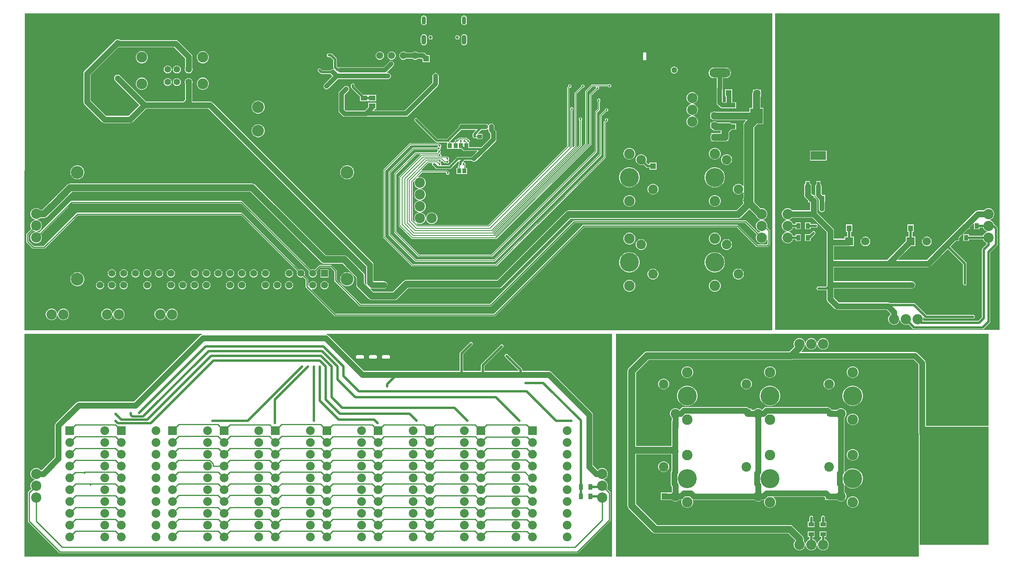
<source format=gbl>
G04*
G04 #@! TF.GenerationSoftware,Altium Limited,Altium Designer,25.1.2 (22)*
G04*
G04 Layer_Physical_Order=2*
G04 Layer_Color=16711680*
%FSLAX25Y25*%
%MOIN*%
G70*
G04*
G04 #@! TF.SameCoordinates,3AA37EA1-F988-493A-ACA0-F71776FBCFF4*
G04*
G04*
G04 #@! TF.FilePolarity,Positive*
G04*
G01*
G75*
%ADD11C,0.02000*%
%ADD16C,0.01000*%
%ADD20C,0.10000*%
%ADD22R,0.05700X0.04400*%
%ADD23R,0.02600X0.07300*%
%ADD28R,0.04600X0.05700*%
%ADD41R,0.04724X0.03543*%
%ADD46R,0.03400X0.04200*%
%ADD48R,0.05000X0.05500*%
%ADD54R,0.04200X0.03400*%
%ADD56R,0.04200X0.05100*%
%ADD57R,0.05000X0.05000*%
%ADD59R,0.05500X0.05000*%
%ADD60R,0.05700X0.04600*%
%ADD76C,0.08100*%
%ADD80O,0.07874X0.15748*%
%ADD81O,0.17717X0.07874*%
%ADD82O,0.15748X0.07874*%
%ADD83R,0.05900X0.05900*%
%ADD84C,0.05900*%
%ADD90C,0.05600*%
%ADD91C,0.05000*%
%ADD98R,0.10630X0.12992*%
%ADD99R,0.10630X0.03937*%
%ADD103C,0.00700*%
%ADD105C,0.04000*%
%ADD106C,0.05000*%
%ADD107C,0.06000*%
%ADD110C,0.03000*%
%ADD111C,0.16100*%
%ADD112C,0.08900*%
%ADD113R,0.07087X0.07087*%
%ADD114C,0.07087*%
%ADD115C,0.10039*%
%ADD116C,0.10827*%
%ADD117C,0.05937*%
%ADD118R,0.05937X0.05937*%
%ADD119R,0.07382X0.07382*%
%ADD120C,0.07382*%
%ADD121C,0.09100*%
%ADD122C,0.02559*%
%ADD123O,0.03543X0.07087*%
%ADD124O,0.04134X0.08268*%
%ADD125C,0.08661*%
%ADD126C,0.01800*%
%ADD127C,0.01600*%
%ADD128R,0.03543X0.04724*%
%ADD129C,0.08000*%
G36*
X846400Y221700D02*
X656200D01*
Y489700D01*
X846400D01*
Y221700D01*
D02*
G37*
G36*
X654000Y221600D02*
X21355D01*
X21002Y221954D01*
X21300Y489800D01*
X654000D01*
Y221600D01*
D02*
G37*
G36*
X837000Y140365D02*
X783868D01*
Y164000D01*
Y194000D01*
X783843Y194197D01*
Y194395D01*
X783791Y194587D01*
X783765Y194783D01*
X783689Y194966D01*
X783638Y195158D01*
X783539Y195330D01*
X783463Y195513D01*
X783342Y195670D01*
X783243Y195842D01*
X783103Y195982D01*
X782982Y196140D01*
X776982Y202140D01*
X776356Y202621D01*
X775626Y202923D01*
X774843Y203026D01*
X678672D01*
X678480Y203488D01*
X679496Y204504D01*
X679496Y204504D01*
X680057Y205235D01*
X680410Y206086D01*
X680484Y206653D01*
X680865Y207034D01*
X681501Y208135D01*
X681741Y209030D01*
X682259D01*
X682499Y208135D01*
X683135Y207034D01*
X684034Y206135D01*
X685135Y205499D01*
X686364Y205169D01*
X687636D01*
X688865Y205499D01*
X689966Y206135D01*
X690866Y207034D01*
X691502Y208135D01*
X691741Y209030D01*
X692259D01*
X692498Y208135D01*
X693134Y207034D01*
X694034Y206135D01*
X695135Y205499D01*
X696364Y205169D01*
X697636D01*
X698865Y205499D01*
X699966Y206135D01*
X700866Y207034D01*
X701502Y208135D01*
X701831Y209364D01*
Y210636D01*
X701502Y211865D01*
X700866Y212966D01*
X699966Y213865D01*
X698865Y214502D01*
X697636Y214831D01*
X696364D01*
X695135Y214502D01*
X694034Y213865D01*
X693134Y212966D01*
X692498Y211865D01*
X692259Y210970D01*
X691741D01*
X691502Y211865D01*
X690866Y212966D01*
X689966Y213865D01*
X688865Y214502D01*
X687636Y214831D01*
X686364D01*
X685135Y214502D01*
X684034Y213865D01*
X683135Y212966D01*
X682499Y211865D01*
X682259Y210970D01*
X681741D01*
X681501Y211865D01*
X680865Y212966D01*
X679966Y213865D01*
X678865Y214502D01*
X677636Y214831D01*
X676364D01*
X675135Y214502D01*
X674034Y213865D01*
X673135Y212966D01*
X672499Y211865D01*
X672169Y210636D01*
Y209364D01*
X672499Y208135D01*
X672734Y207727D01*
X668538Y203530D01*
X548000D01*
X547086Y203410D01*
X546235Y203057D01*
X545504Y202496D01*
X532504Y189496D01*
X531943Y188765D01*
X531590Y187914D01*
X531470Y187000D01*
Y120000D01*
Y73000D01*
X531590Y72086D01*
X531943Y71235D01*
X532504Y70504D01*
X552504Y50504D01*
X553235Y49943D01*
X554086Y49590D01*
X555000Y49470D01*
X667538D01*
X673470Y43538D01*
Y43301D01*
X673135Y42966D01*
X672499Y41865D01*
X672169Y40636D01*
Y39364D01*
X672499Y38135D01*
X673135Y37034D01*
X674034Y36134D01*
X675135Y35498D01*
X676364Y35169D01*
X677636D01*
X678865Y35498D01*
X679966Y36134D01*
X680865Y37034D01*
X681501Y38135D01*
X681741Y39030D01*
X682259D01*
X682499Y38135D01*
X683135Y37034D01*
X684034Y36134D01*
X685135Y35498D01*
X686364Y35169D01*
X687636D01*
X688865Y35498D01*
X689966Y36134D01*
X690866Y37034D01*
X691502Y38135D01*
X691741Y39030D01*
X692259D01*
X692498Y38135D01*
X693134Y37034D01*
X694034Y36134D01*
X695135Y35498D01*
X696364Y35169D01*
X697636D01*
X698865Y35498D01*
X699966Y36134D01*
X700866Y37034D01*
X701502Y38135D01*
X701831Y39364D01*
Y40636D01*
X701502Y41865D01*
X700866Y42966D01*
X699966Y43865D01*
X698865Y44502D01*
X698529Y44591D01*
Y46595D01*
X699862D01*
Y51138D01*
X694138D01*
Y46595D01*
X695471D01*
Y44591D01*
X695135Y44502D01*
X694034Y43865D01*
X693134Y42966D01*
X692498Y41865D01*
X692259Y40970D01*
X691741D01*
X691502Y41865D01*
X690866Y42966D01*
X689966Y43865D01*
X688865Y44502D01*
X688529Y44591D01*
Y46595D01*
X689862D01*
Y51138D01*
X684138D01*
Y46595D01*
X685471D01*
Y44591D01*
X685135Y44502D01*
X684034Y43865D01*
X683135Y42966D01*
X682499Y41865D01*
X682259Y40970D01*
X681741D01*
X681501Y41865D01*
X680865Y42966D01*
X680530Y43301D01*
Y45000D01*
X680410Y45914D01*
X680057Y46765D01*
X679496Y47496D01*
X671496Y55496D01*
X670765Y56057D01*
X669914Y56410D01*
X669000Y56530D01*
X556462D01*
X538530Y74462D01*
Y116470D01*
X568824D01*
Y102730D01*
X568810Y102717D01*
X568329Y102090D01*
X568027Y101360D01*
X567924Y100577D01*
Y91423D01*
X568027Y90640D01*
X568329Y89910D01*
X568810Y89283D01*
X568974Y89120D01*
Y84409D01*
X568591Y84026D01*
X565850D01*
Y84250D01*
X559850D01*
Y81197D01*
X559824Y81000D01*
X559850Y80803D01*
Y77750D01*
X565850D01*
Y77974D01*
X568591D01*
X569206Y77359D01*
X570244Y76760D01*
X571401Y76450D01*
X572599D01*
X573756Y76760D01*
X574794Y77359D01*
X575409Y77974D01*
X576464D01*
X576902Y78032D01*
X577299Y77580D01*
X577050Y76652D01*
Y75348D01*
X577387Y74089D01*
X578039Y72961D01*
X578961Y72039D01*
X580089Y71387D01*
X581348Y71050D01*
X582652D01*
X583911Y71387D01*
X585039Y72039D01*
X585961Y72961D01*
X586613Y74089D01*
X586950Y75348D01*
Y76652D01*
X586701Y77580D01*
X587098Y78032D01*
X587536Y77974D01*
X629750D01*
Y77700D01*
X632803D01*
X633000Y77674D01*
X633197Y77700D01*
X636250D01*
Y77974D01*
X638591D01*
X639206Y77359D01*
X640244Y76760D01*
X641401Y76450D01*
X642599D01*
X643756Y76760D01*
X644794Y77359D01*
X645409Y77974D01*
X646464D01*
X646902Y78032D01*
X647299Y77580D01*
X647050Y76652D01*
Y75348D01*
X647387Y74089D01*
X648039Y72961D01*
X648961Y72039D01*
X650089Y71387D01*
X651348Y71050D01*
X652652D01*
X653911Y71387D01*
X655039Y72039D01*
X655961Y72961D01*
X656613Y74089D01*
X656950Y75348D01*
Y76652D01*
X656613Y77911D01*
X655961Y79039D01*
X655076Y79924D01*
X655106Y80210D01*
X655163Y80424D01*
X698147D01*
X698750Y79821D01*
Y77850D01*
X701803D01*
X702000Y77824D01*
X702197Y77850D01*
X705250D01*
Y77974D01*
X708591D01*
X709206Y77359D01*
X710244Y76760D01*
X711401Y76450D01*
X712599D01*
X713756Y76760D01*
X714794Y77359D01*
X715641Y78206D01*
X716240Y79244D01*
X716550Y80401D01*
Y81599D01*
X716240Y82756D01*
X715641Y83794D01*
X715026Y84409D01*
Y90175D01*
X715519Y90389D01*
X716550Y89359D01*
X717950Y88423D01*
X719506Y87779D01*
X721158Y87450D01*
X722842D01*
X724494Y87779D01*
X726050Y88423D01*
X727450Y89359D01*
X728641Y90550D01*
X729577Y91950D01*
X730221Y93506D01*
X730550Y95158D01*
Y96842D01*
X730221Y98494D01*
X729577Y100050D01*
X728641Y101450D01*
X727450Y102641D01*
X726050Y103577D01*
X724494Y104221D01*
X722842Y104550D01*
X721158D01*
X719506Y104221D01*
X717950Y103577D01*
X716550Y102641D01*
X715519Y101611D01*
X715026Y101824D01*
Y147591D01*
X715641Y148206D01*
X716240Y149244D01*
X716550Y150401D01*
Y151599D01*
X716240Y152756D01*
X715641Y153794D01*
X714794Y154641D01*
X713756Y155240D01*
X712599Y155550D01*
X711401D01*
X710244Y155240D01*
X709206Y154641D01*
X708591Y154026D01*
X706250D01*
Y154150D01*
X704279D01*
X702940Y155490D01*
X702313Y155971D01*
X701583Y156273D01*
X700800Y156376D01*
X699667D01*
X698907Y156476D01*
X648914D01*
X648131Y156373D01*
X647401Y156070D01*
X646774Y155590D01*
X645310Y154125D01*
X644794Y154641D01*
X643756Y155240D01*
X642599Y155550D01*
X641401D01*
X640244Y155240D01*
X639206Y154641D01*
X638591Y154026D01*
X636250D01*
Y155150D01*
X634279D01*
X633840Y155590D01*
X633213Y156070D01*
X632483Y156373D01*
X631700Y156476D01*
X578914D01*
X578131Y156373D01*
X577401Y156070D01*
X576775Y155590D01*
X575310Y154125D01*
X574794Y154641D01*
X573756Y155240D01*
X572599Y155550D01*
X571401D01*
X570244Y155240D01*
X569206Y154641D01*
X568359Y153794D01*
X567760Y152756D01*
X567450Y151599D01*
Y150401D01*
X567760Y149244D01*
X568359Y148206D01*
X568974Y147591D01*
Y145250D01*
X568850D01*
Y140197D01*
X568824Y140000D01*
Y123530D01*
X538530D01*
Y185538D01*
X549462Y196470D01*
X670000D01*
X670914Y196590D01*
X671765Y196943D01*
X671806Y196974D01*
X773589D01*
X777817Y192747D01*
Y164000D01*
Y134158D01*
X777920Y133374D01*
X778000Y133180D01*
Y30000D01*
X521600D01*
Y218400D01*
X837000D01*
Y140365D01*
D02*
G37*
G36*
X518300Y30000D02*
X21000D01*
Y218400D01*
X171119D01*
X171217Y217923D01*
X170487Y217620D01*
X169860Y217140D01*
X113747Y161026D01*
X67000D01*
X66217Y160923D01*
X65487Y160620D01*
X64860Y160140D01*
X47667Y142946D01*
X47186Y142320D01*
X46884Y141590D01*
X46781Y140807D01*
Y114060D01*
X35747Y103026D01*
X34806D01*
X33966Y103866D01*
X32865Y104501D01*
X31636Y104831D01*
X30364D01*
X29135Y104501D01*
X28034Y103866D01*
X27134Y102966D01*
X26498Y101865D01*
X26169Y100636D01*
Y99364D01*
X26498Y98135D01*
X27134Y97034D01*
X28034Y96135D01*
X29135Y95499D01*
X30030Y95259D01*
Y94741D01*
X29135Y94502D01*
X28034Y93866D01*
X27134Y92966D01*
X26498Y91865D01*
X26169Y90636D01*
Y89364D01*
X26498Y88135D01*
X26936Y87378D01*
X24279Y84721D01*
X24058Y84390D01*
X23980Y84000D01*
Y60000D01*
X24058Y59610D01*
X24279Y59279D01*
X50279Y33279D01*
X50610Y33058D01*
X51000Y32980D01*
X489000D01*
X489390Y33058D01*
X489721Y33279D01*
X516721Y60279D01*
X516942Y60610D01*
X517020Y61000D01*
Y84000D01*
X516942Y84390D01*
X516721Y84721D01*
X514064Y87378D01*
X514501Y88135D01*
X514831Y89364D01*
Y90636D01*
X514501Y91865D01*
X513866Y92966D01*
X512966Y93866D01*
X511865Y94502D01*
X510970Y94741D01*
Y95259D01*
X511865Y95499D01*
X512966Y96135D01*
X513866Y97034D01*
X514501Y98135D01*
X514831Y99364D01*
Y100636D01*
X514501Y101865D01*
X513866Y102966D01*
X512966Y103866D01*
X511865Y104501D01*
X510636Y104831D01*
X509364D01*
X508135Y104501D01*
X507034Y103866D01*
X506224Y103056D01*
X502026Y107253D01*
Y150000D01*
X501923Y150783D01*
X501620Y151513D01*
X501140Y152140D01*
X467140Y186140D01*
X466513Y186620D01*
X465783Y186923D01*
X465000Y187026D01*
X442529D01*
Y188000D01*
X442413Y188585D01*
X442081Y189081D01*
X430081Y201081D01*
X429585Y201413D01*
X429000Y201529D01*
X428415Y201413D01*
X427919Y201081D01*
X427587Y200585D01*
X427471Y200000D01*
X427587Y199415D01*
X427919Y198919D01*
X439311Y187526D01*
X439104Y187026D01*
X410529D01*
Y191367D01*
X426081Y206919D01*
X426413Y207415D01*
X426529Y208000D01*
X426413Y208585D01*
X426081Y209081D01*
X425585Y209413D01*
X425000Y209529D01*
X424415Y209413D01*
X423919Y209081D01*
X407919Y193081D01*
X407587Y192585D01*
X407471Y192000D01*
Y187026D01*
X392529D01*
Y201366D01*
X400081Y208919D01*
X400413Y209415D01*
X400529Y210000D01*
X400413Y210585D01*
X400081Y211081D01*
X399585Y211413D01*
X399000Y211529D01*
X398415Y211413D01*
X397919Y211081D01*
X389919Y203081D01*
X389587Y202585D01*
X389471Y202000D01*
Y187026D01*
X308253D01*
X278140Y217140D01*
X277513Y217620D01*
X276783Y217923D01*
X276881Y218400D01*
X518300D01*
Y30000D01*
D02*
G37*
G36*
X783327Y140365D02*
X783486Y139982D01*
X783868Y139823D01*
X837000D01*
Y40000D01*
X778541D01*
Y133180D01*
X778500Y133280D01*
Y133388D01*
X778447Y133516D01*
X778358Y134193D01*
Y145000D01*
X783327D01*
Y140365D01*
D02*
G37*
%LPC*%
G36*
X699500Y373591D02*
X686500D01*
X686117Y373433D01*
X685959Y373050D01*
Y365750D01*
X686117Y365367D01*
X686500Y365209D01*
X699500D01*
X699883Y365367D01*
X700041Y365750D01*
Y373050D01*
X699883Y373433D01*
X699500Y373591D01*
D02*
G37*
G36*
X685750Y347750D02*
X682150D01*
Y346000D01*
X681810Y345740D01*
X681329Y345113D01*
X681027Y344383D01*
X680924Y343600D01*
Y336893D01*
X681024Y336133D01*
Y336000D01*
X681127Y335217D01*
X681429Y334487D01*
X681910Y333860D01*
X684450Y331321D01*
Y329950D01*
X685821D01*
X685974Y329797D01*
Y323026D01*
X670806D01*
X669966Y323866D01*
X668865Y324501D01*
X667636Y324831D01*
X666364D01*
X665135Y324501D01*
X664034Y323866D01*
X663134Y322966D01*
X662499Y321865D01*
X662169Y320636D01*
Y319364D01*
X662499Y318135D01*
X663134Y317034D01*
X664034Y316135D01*
X665135Y315498D01*
X666030Y315259D01*
Y314741D01*
X665135Y314502D01*
X664034Y313865D01*
X663134Y312966D01*
X662499Y311865D01*
X662169Y310636D01*
Y309364D01*
X662499Y308135D01*
X663134Y307034D01*
X664034Y306135D01*
X665135Y305499D01*
X666030Y305259D01*
Y304741D01*
X665135Y304502D01*
X664034Y303866D01*
X663134Y302966D01*
X662499Y301865D01*
X662169Y300636D01*
Y299364D01*
X662499Y298135D01*
X663134Y297034D01*
X664034Y296134D01*
X665135Y295498D01*
X666364Y295169D01*
X667636D01*
X668865Y295498D01*
X669966Y296134D01*
X670865Y297034D01*
X671501Y298135D01*
X671591Y298471D01*
X673595D01*
Y297138D01*
X678138D01*
Y302862D01*
X673595D01*
Y301529D01*
X671591D01*
X671501Y301865D01*
X670865Y302966D01*
X669966Y303866D01*
X668865Y304502D01*
X667970Y304741D01*
Y305259D01*
X668865Y305499D01*
X669966Y306135D01*
X670865Y307034D01*
X671501Y308135D01*
X671591Y308471D01*
X673595D01*
Y307138D01*
X678138D01*
Y312862D01*
X673595D01*
Y311529D01*
X671591D01*
X671501Y311865D01*
X670865Y312966D01*
X669966Y313865D01*
X668865Y314502D01*
X667970Y314741D01*
Y315259D01*
X668865Y315498D01*
X669966Y316135D01*
X670806Y316974D01*
X687747D01*
X699974Y304747D01*
Y296000D01*
Y278000D01*
Y260000D01*
Y259137D01*
X699367Y258529D01*
X693000D01*
X692415Y258413D01*
X691919Y258081D01*
X691587Y257585D01*
X691471Y257000D01*
X691587Y256415D01*
X691919Y255919D01*
X692415Y255587D01*
X693000Y255471D01*
X699974D01*
Y248000D01*
X700077Y247217D01*
X700380Y246487D01*
X700860Y245860D01*
X706860Y239860D01*
X707487Y239380D01*
X708217Y239077D01*
X709000Y238974D01*
X750747D01*
X753974Y235747D01*
Y234806D01*
X753134Y233966D01*
X752498Y232865D01*
X752169Y231636D01*
Y230364D01*
X752498Y229135D01*
X753134Y228034D01*
X754034Y227134D01*
X755135Y226499D01*
X756364Y226169D01*
X757636D01*
X758865Y226499D01*
X759966Y227134D01*
X760865Y228034D01*
X761502Y229135D01*
X761741Y230030D01*
X762259D01*
X762499Y229135D01*
X763134Y228034D01*
X764034Y227134D01*
X765135Y226499D01*
X766364Y226169D01*
X767636D01*
X768865Y226499D01*
X769165Y226672D01*
X772919Y222919D01*
X773415Y222587D01*
X774000Y222471D01*
X832000D01*
X832585Y222587D01*
X833081Y222919D01*
X838081Y227919D01*
X838413Y228415D01*
X838529Y229000D01*
Y287367D01*
X844375Y293212D01*
X844706Y293708D01*
X844823Y294293D01*
Y307707D01*
X844706Y308292D01*
X844375Y308788D01*
X842081Y311081D01*
X841631Y311383D01*
X841502Y311865D01*
X840866Y312966D01*
X839966Y313865D01*
X838865Y314502D01*
X837970Y314741D01*
Y315259D01*
X838865Y315498D01*
X839966Y316135D01*
X840866Y317034D01*
X841502Y318135D01*
X841831Y319364D01*
Y320636D01*
X841502Y321865D01*
X840866Y322966D01*
X839966Y323866D01*
X838865Y324501D01*
X837636Y324831D01*
X836364D01*
X835135Y324501D01*
X834034Y323866D01*
X833194Y323026D01*
X828000D01*
X827217Y322923D01*
X826487Y322621D01*
X825860Y322140D01*
X799360Y295640D01*
X784747Y281026D01*
X760230D01*
X760038Y281488D01*
X771250Y292700D01*
X775058D01*
Y300786D01*
X772544D01*
Y304950D01*
X773550D01*
Y311050D01*
X768350D01*
Y304950D01*
X769485D01*
Y300786D01*
X766971D01*
Y296979D01*
X751018Y281026D01*
X706026D01*
Y292974D01*
X714971D01*
Y292700D01*
X723058D01*
Y300786D01*
X720544D01*
Y304950D01*
X721550D01*
Y311050D01*
X716350D01*
Y304950D01*
X717485D01*
Y300786D01*
X714971D01*
Y299026D01*
X706026D01*
Y306000D01*
X705923Y306783D01*
X705620Y307513D01*
X705140Y308140D01*
X692026Y321253D01*
Y331050D01*
X692026Y331050D01*
X691923Y331833D01*
X691620Y332563D01*
X691140Y333190D01*
X691140Y333190D01*
X689650Y334679D01*
Y336050D01*
X688279D01*
X687006Y337323D01*
X686976Y337552D01*
Y343600D01*
X686873Y344383D01*
X686571Y345113D01*
X686090Y345740D01*
X685750Y346000D01*
Y347750D01*
D02*
G37*
G36*
X694800D02*
X691200D01*
Y345404D01*
X691198Y345402D01*
X690645Y344576D01*
X690451Y343600D01*
Y335950D01*
X690645Y334975D01*
X691198Y334148D01*
X693350Y331995D01*
Y329950D01*
X693401D01*
Y324050D01*
X693595Y323075D01*
X694148Y322248D01*
X694975Y321695D01*
X695950Y321501D01*
X696925Y321695D01*
X697752Y322248D01*
X698305Y323075D01*
X698499Y324050D01*
Y329950D01*
X698550D01*
Y336050D01*
X696505D01*
X695549Y337006D01*
Y343600D01*
X695355Y344576D01*
X694802Y345402D01*
X694800Y345404D01*
Y347750D01*
D02*
G37*
G36*
X686406Y312862D02*
X681862D01*
Y307138D01*
X686406D01*
Y308471D01*
X691000D01*
X691585Y308587D01*
X692081Y308919D01*
X692413Y309415D01*
X692529Y310000D01*
X692413Y310585D01*
X692081Y311081D01*
X691585Y311413D01*
X691000Y311529D01*
X686406D01*
Y312862D01*
D02*
G37*
G36*
X689000Y305529D02*
X688415Y305413D01*
X687919Y305081D01*
X685699Y302862D01*
X681862D01*
Y297138D01*
X686406D01*
Y299243D01*
X690081Y302919D01*
X690413Y303415D01*
X690529Y304000D01*
X690413Y304585D01*
X690081Y305081D01*
X689585Y305413D01*
X689000Y305529D01*
D02*
G37*
G36*
X785326Y300786D02*
X784262D01*
X783233Y300511D01*
X782311Y299979D01*
X781559Y299226D01*
X781026Y298304D01*
X780751Y297276D01*
Y296211D01*
X781026Y295183D01*
X781559Y294261D01*
X782311Y293508D01*
X783233Y292975D01*
X784262Y292700D01*
X785326D01*
X786355Y292975D01*
X787277Y293508D01*
X788029Y294261D01*
X788562Y295183D01*
X788837Y296211D01*
Y297276D01*
X788562Y298304D01*
X788029Y299226D01*
X787277Y299979D01*
X786355Y300511D01*
X785326Y300786D01*
D02*
G37*
G36*
X733326D02*
X732262D01*
X731233Y300511D01*
X730311Y299979D01*
X729559Y299226D01*
X729026Y298304D01*
X728751Y297276D01*
Y296211D01*
X729026Y295183D01*
X729559Y294261D01*
X730311Y293508D01*
X731233Y292975D01*
X732262Y292700D01*
X733326D01*
X734355Y292975D01*
X735277Y293508D01*
X736029Y294261D01*
X736562Y295183D01*
X736837Y296211D01*
Y297276D01*
X736562Y298304D01*
X736029Y299226D01*
X735277Y299979D01*
X734355Y300511D01*
X733326Y300786D01*
D02*
G37*
%LPD*%
G36*
X699500Y365750D02*
X686500D01*
Y373050D01*
X699500D01*
Y365750D01*
D02*
G37*
G36*
X824862Y311930D02*
Y307138D01*
X829405D01*
Y308471D01*
X832409D01*
X832498Y308135D01*
X833134Y307034D01*
X834034Y306135D01*
X835135Y305499D01*
X836030Y305259D01*
Y304741D01*
X835135Y304502D01*
X834034Y303866D01*
X833134Y302966D01*
X832498Y301865D01*
X832409Y301529D01*
X820405D01*
Y302862D01*
X815862D01*
Y297138D01*
X820405D01*
Y298471D01*
X832409D01*
X832498Y298135D01*
X833134Y297034D01*
X834034Y296134D01*
X835135Y295498D01*
X835471Y295409D01*
Y294634D01*
X831919Y291081D01*
X831587Y290585D01*
X831471Y290000D01*
Y232633D01*
X828366Y229529D01*
X782018D01*
X781713Y229926D01*
X781831Y230364D01*
Y231636D01*
X781588Y232542D01*
X782036Y232801D01*
X782919Y231919D01*
X783415Y231587D01*
X784000Y231471D01*
X824000D01*
X824585Y231587D01*
X825081Y231919D01*
X825413Y232415D01*
X825529Y233000D01*
X825413Y233585D01*
X825081Y234081D01*
X824585Y234413D01*
X824000Y234529D01*
X784633D01*
X775081Y244081D01*
X774585Y244413D01*
X774000Y244529D01*
X753632D01*
X753513Y244620D01*
X752783Y244923D01*
X752000Y245026D01*
X710253D01*
X706026Y249253D01*
Y256974D01*
X741114D01*
X741605Y256842D01*
X742395D01*
X742886Y256974D01*
X772000D01*
X772197Y257000D01*
X772395D01*
X772586Y257051D01*
X772783Y257077D01*
X772966Y257153D01*
X773158Y257204D01*
X773330Y257304D01*
X773513Y257380D01*
X773670Y257500D01*
X773842Y257599D01*
X773982Y257740D01*
X774140Y257860D01*
X774260Y258018D01*
X774401Y258158D01*
X774500Y258330D01*
X774620Y258487D01*
X774696Y258670D01*
X774796Y258842D01*
X774847Y259034D01*
X774923Y259217D01*
X774949Y259414D01*
X775000Y259605D01*
Y259803D01*
X775026Y260000D01*
X775000Y260197D01*
Y260395D01*
X774949Y260587D01*
X774923Y260783D01*
X774847Y260966D01*
X774796Y261158D01*
X774696Y261330D01*
X774620Y261513D01*
X774500Y261670D01*
X774401Y261842D01*
X774260Y261982D01*
X774140Y262140D01*
X773982Y262260D01*
X773842Y262401D01*
X773670Y262500D01*
X773513Y262620D01*
X773330Y262696D01*
X773158Y262796D01*
X772966Y262847D01*
X772783Y262923D01*
X772586Y262949D01*
X772395Y263000D01*
X772197D01*
X772000Y263026D01*
X706026D01*
Y274974D01*
X786000D01*
X786783Y275077D01*
X787513Y275379D01*
X788140Y275860D01*
X802558Y290279D01*
X815471Y277366D01*
Y261000D01*
X815587Y260415D01*
X815919Y259919D01*
X816415Y259587D01*
X817000Y259471D01*
X817585Y259587D01*
X818081Y259919D01*
X818413Y260415D01*
X818529Y261000D01*
Y278000D01*
X818413Y278585D01*
X818081Y279081D01*
X804721Y292442D01*
X809417Y297138D01*
X812138D01*
Y299858D01*
X819417Y307138D01*
X821138D01*
Y308858D01*
X824400Y312121D01*
X824862Y311930D01*
D02*
G37*
%LPC*%
G36*
X393130Y488076D02*
X392244Y487900D01*
X391492Y487398D01*
X390990Y486646D01*
X390814Y485760D01*
Y482217D01*
X390990Y481330D01*
X391492Y480579D01*
X392244Y480077D01*
X393130Y479900D01*
X394016Y480077D01*
X394768Y480579D01*
X395270Y481330D01*
X395446Y482217D01*
Y485760D01*
X395270Y486646D01*
X394768Y487398D01*
X394016Y487900D01*
X393130Y488076D01*
D02*
G37*
G36*
X359114D02*
X358228Y487900D01*
X357476Y487398D01*
X356974Y486646D01*
X356798Y485760D01*
Y482217D01*
X356974Y481330D01*
X357476Y480579D01*
X358228Y480077D01*
X359114Y479900D01*
X360000Y480077D01*
X360752Y480579D01*
X361254Y481330D01*
X361430Y482217D01*
Y485760D01*
X361254Y486646D01*
X360752Y487398D01*
X360000Y487900D01*
X359114Y488076D01*
D02*
G37*
G36*
X387854Y471279D02*
X387146D01*
X386492Y471009D01*
X385991Y470508D01*
X385720Y469854D01*
Y469146D01*
X385991Y468492D01*
X386492Y467991D01*
X387146Y467721D01*
X387854D01*
X388508Y467991D01*
X389009Y468492D01*
X389280Y469146D01*
Y469854D01*
X389009Y470508D01*
X388508Y471009D01*
X387854Y471279D01*
D02*
G37*
G36*
X365098D02*
X364390D01*
X363736Y471009D01*
X363235Y470508D01*
X362965Y469854D01*
Y469146D01*
X363235Y468492D01*
X363736Y467991D01*
X364390Y467721D01*
X365098D01*
X365752Y467991D01*
X366253Y468492D01*
X366524Y469146D01*
Y469854D01*
X366253Y470508D01*
X365752Y471009D01*
X365098Y471279D01*
D02*
G37*
G36*
X393130Y472188D02*
X392460Y472099D01*
X391835Y471841D01*
X391299Y471429D01*
X390888Y470893D01*
X390629Y470268D01*
X390541Y469598D01*
Y465465D01*
X390629Y464794D01*
X390888Y464170D01*
X391299Y463634D01*
X391835Y463222D01*
X392460Y462964D01*
X393130Y462876D01*
X393800Y462964D01*
X394425Y463222D01*
X394961Y463634D01*
X395372Y464170D01*
X395631Y464794D01*
X395719Y465465D01*
Y469598D01*
X395631Y470268D01*
X395372Y470893D01*
X394961Y471429D01*
X394425Y471841D01*
X393800Y472099D01*
X393130Y472188D01*
D02*
G37*
G36*
X359114D02*
X358444Y472099D01*
X357820Y471841D01*
X357283Y471429D01*
X356872Y470893D01*
X356613Y470268D01*
X356525Y469598D01*
Y465465D01*
X356613Y464794D01*
X356872Y464170D01*
X357283Y463634D01*
X357820Y463222D01*
X358444Y462964D01*
X359114Y462876D01*
X359784Y462964D01*
X360409Y463222D01*
X360945Y463634D01*
X361356Y464170D01*
X361615Y464794D01*
X361703Y465465D01*
Y469598D01*
X361615Y470268D01*
X361356Y470893D01*
X360945Y471429D01*
X360409Y471841D01*
X359784Y472099D01*
X359114Y472188D01*
D02*
G37*
G36*
X352254Y457550D02*
X351346D01*
X350468Y457315D01*
X349682Y456861D01*
X349470Y456649D01*
X344130D01*
X343918Y456861D01*
X343132Y457315D01*
X342254Y457550D01*
X341346D01*
X340468Y457315D01*
X339682Y456861D01*
X339039Y456218D01*
X338585Y455432D01*
X338350Y454554D01*
Y453646D01*
X338585Y452768D01*
X339039Y451982D01*
X339682Y451339D01*
X340468Y450885D01*
X341346Y450650D01*
X342254D01*
X343132Y450885D01*
X343918Y451339D01*
X344130Y451551D01*
X349470D01*
X349682Y451339D01*
X350468Y450885D01*
X351346Y450650D01*
X352254D01*
X353132Y450885D01*
X353918Y451339D01*
X354130Y451551D01*
X357394D01*
X358000Y450945D01*
Y448550D01*
X364000D01*
Y454550D01*
X361605D01*
X360252Y455902D01*
X359425Y456455D01*
X358450Y456649D01*
X354130D01*
X353918Y456861D01*
X353132Y457315D01*
X352254Y457550D01*
D02*
G37*
G36*
X332254D02*
X331346D01*
X330468Y457315D01*
X329682Y456861D01*
X329039Y456218D01*
X328585Y455432D01*
X328350Y454554D01*
Y453646D01*
X328585Y452768D01*
X329039Y451982D01*
X329682Y451339D01*
X330468Y450885D01*
X331346Y450650D01*
X332254D01*
X333132Y450885D01*
X333918Y451339D01*
X334561Y451982D01*
X335015Y452768D01*
X335250Y453646D01*
Y454554D01*
X335015Y455432D01*
X334561Y456218D01*
X333918Y456861D01*
X333132Y457315D01*
X332254Y457550D01*
D02*
G37*
G36*
X322254D02*
X321346D01*
X320468Y457315D01*
X319682Y456861D01*
X319039Y456218D01*
X318585Y455432D01*
X318350Y454554D01*
Y453646D01*
X318585Y452768D01*
X319039Y451982D01*
X319682Y451339D01*
X320468Y450885D01*
X321346Y450650D01*
X322254D01*
X323132Y450885D01*
X323918Y451339D01*
X324561Y451982D01*
X325015Y452768D01*
X325250Y453646D01*
Y454554D01*
X325015Y455432D01*
X324561Y456218D01*
X323918Y456861D01*
X323132Y457315D01*
X322254Y457550D01*
D02*
G37*
G36*
X546656Y456991D02*
X545344D01*
X544961Y456833D01*
X544802Y456450D01*
Y450550D01*
X544961Y450167D01*
X545344Y450009D01*
X546656D01*
X547039Y450167D01*
X547198Y450550D01*
Y456450D01*
X547039Y456833D01*
X546656Y456991D01*
D02*
G37*
G36*
X172719Y457721D02*
X171389D01*
X170105Y457377D01*
X168953Y456712D01*
X168013Y455772D01*
X167348Y454620D01*
X167004Y453336D01*
Y452006D01*
X167348Y450722D01*
X168013Y449570D01*
X168953Y448630D01*
X170105Y447965D01*
X171389Y447621D01*
X172719D01*
X174003Y447965D01*
X175155Y448630D01*
X176095Y449570D01*
X176760Y450722D01*
X177104Y452006D01*
Y453336D01*
X176760Y454620D01*
X176095Y455772D01*
X175155Y456712D01*
X174003Y457377D01*
X172719Y457721D01*
D02*
G37*
G36*
X120987D02*
X119657D01*
X118373Y457377D01*
X117221Y456712D01*
X116281Y455772D01*
X115616Y454620D01*
X115272Y453336D01*
Y452006D01*
X115616Y450722D01*
X116281Y449570D01*
X117221Y448630D01*
X118373Y447965D01*
X119657Y447621D01*
X120987D01*
X122271Y447965D01*
X123423Y448630D01*
X124363Y449570D01*
X125028Y450722D01*
X125372Y452006D01*
Y453336D01*
X125028Y454620D01*
X124363Y455772D01*
X123423Y456712D01*
X122271Y457377D01*
X120987Y457721D01*
D02*
G37*
G36*
X280500Y455929D02*
X278600D01*
X278015Y455813D01*
X277519Y455481D01*
X277187Y454985D01*
X277071Y454400D01*
X277187Y453815D01*
X277519Y453319D01*
X278015Y452987D01*
X278600Y452871D01*
X279867D01*
X282471Y450267D01*
Y444205D01*
X282587Y443619D01*
X282919Y443123D01*
X283078Y442964D01*
X282831Y442503D01*
X282100Y442649D01*
X281124Y442455D01*
X280298Y441902D01*
X280115Y441629D01*
X273005D01*
X271817Y442817D01*
X271321Y443149D01*
X270736Y443265D01*
X270150Y443149D01*
X269654Y442817D01*
X269323Y442321D01*
X269206Y441736D01*
X269323Y441151D01*
X269654Y440654D01*
X271290Y439019D01*
X271786Y438687D01*
X272372Y438571D01*
X280115D01*
X280298Y438298D01*
X281795Y436800D01*
X274998Y430002D01*
X274445Y429176D01*
X274251Y428200D01*
X274445Y427224D01*
X274998Y426398D01*
X275824Y425845D01*
X276800Y425651D01*
X277776Y425845D01*
X278602Y426398D01*
X286456Y434251D01*
X328707D01*
X329683Y434445D01*
X330510Y434998D01*
X331062Y435824D01*
X331256Y436800D01*
X331062Y437776D01*
X330510Y438602D01*
X329683Y439155D01*
X328707Y439349D01*
X327854D01*
X327709Y439827D01*
X327814Y439898D01*
X333158Y445242D01*
X333711Y446069D01*
X333905Y447044D01*
X333711Y448020D01*
X333158Y448846D01*
X332331Y449399D01*
X331356Y449593D01*
X330381Y449399D01*
X329554Y448846D01*
X324956Y444249D01*
X288200D01*
X287225Y444055D01*
X286678Y443690D01*
X285529Y444838D01*
Y450900D01*
X285413Y451485D01*
X285081Y451981D01*
X281581Y455481D01*
X281085Y455813D01*
X280500Y455929D01*
D02*
G37*
G36*
X100000Y468026D02*
X99803Y468000D01*
X99605D01*
X99414Y467949D01*
X99217Y467923D01*
X99034Y467847D01*
X98842Y467796D01*
X98670Y467696D01*
X98487Y467621D01*
X98330Y467500D01*
X98158Y467401D01*
X98018Y467260D01*
X97860Y467140D01*
X71860Y441140D01*
X71380Y440513D01*
X71077Y439783D01*
X70974Y439000D01*
Y414900D01*
X71077Y414117D01*
X71380Y413387D01*
X71860Y412760D01*
X86760Y397860D01*
X87387Y397379D01*
X88117Y397077D01*
X88900Y396974D01*
X110400D01*
X111183Y397077D01*
X111913Y397379D01*
X112540Y397860D01*
X123953Y409274D01*
X176747D01*
X310374Y275647D01*
Y262000D01*
X310477Y261217D01*
X310780Y260487D01*
X310373Y260220D01*
X309030Y261562D01*
Y267515D01*
X308910Y268428D01*
X308557Y269280D01*
X307996Y270011D01*
X294104Y283904D01*
X293373Y284465D01*
X292521Y284817D01*
X291607Y284938D01*
X276055D01*
X216296Y344696D01*
X215565Y345257D01*
X214714Y345610D01*
X213800Y345730D01*
X59800D01*
X58886Y345610D01*
X58035Y345257D01*
X57304Y344696D01*
X44404Y331796D01*
X44404Y331796D01*
X36238Y323630D01*
X34301D01*
X33966Y323966D01*
X32865Y324602D01*
X31636Y324931D01*
X30364D01*
X29135Y324602D01*
X28034Y323966D01*
X27134Y323066D01*
X26498Y321965D01*
X26169Y320736D01*
Y319464D01*
X26498Y318235D01*
X27134Y317134D01*
X28034Y316234D01*
X29135Y315599D01*
X30030Y315359D01*
Y314841D01*
X29135Y314601D01*
X28034Y313966D01*
X27134Y313066D01*
X26498Y311965D01*
X26169Y310736D01*
Y309464D01*
X26498Y308235D01*
X26936Y307478D01*
X22879Y303421D01*
X22658Y303090D01*
X22580Y302700D01*
Y296600D01*
X22658Y296210D01*
X22879Y295879D01*
X27779Y290979D01*
X28110Y290758D01*
X28500Y290680D01*
X37600D01*
X37990Y290758D01*
X38321Y290979D01*
X66322Y318980D01*
X204302Y318980D01*
X251933Y271349D01*
X251768Y271063D01*
X251532Y270181D01*
Y269268D01*
X251768Y268386D01*
X252224Y267595D01*
X252870Y266949D01*
X253661Y266492D01*
X254543Y266256D01*
X255457D01*
X256339Y266492D01*
X256625Y266657D01*
X258880Y264402D01*
Y258600D01*
X258958Y258210D01*
X259179Y257879D01*
X283279Y233779D01*
X283610Y233558D01*
X284000Y233480D01*
X419000D01*
X419390Y233558D01*
X419721Y233779D01*
X494651Y308709D01*
X623949D01*
X640179Y292479D01*
X640510Y292258D01*
X640900Y292180D01*
X649600D01*
X649990Y292258D01*
X650321Y292479D01*
X651721Y293879D01*
X651942Y294210D01*
X652020Y294600D01*
Y305800D01*
X651942Y306190D01*
X651721Y306521D01*
X649629Y308613D01*
X649831Y309364D01*
Y310636D01*
X649502Y311865D01*
X648866Y312966D01*
X647966Y313865D01*
X646865Y314502D01*
X645970Y314741D01*
Y315259D01*
X646865Y315498D01*
X647966Y316135D01*
X648866Y317034D01*
X649502Y318135D01*
X649831Y319364D01*
Y320636D01*
X649502Y321865D01*
X648866Y322966D01*
X647966Y323866D01*
X646865Y324501D01*
X645636Y324831D01*
X644364D01*
X644047Y324746D01*
X638639Y330154D01*
Y393217D01*
X641425Y396004D01*
X646429D01*
Y409996D01*
X644144D01*
Y419150D01*
X644250D01*
Y420850D01*
X644410Y421236D01*
X644530Y422150D01*
X644410Y423064D01*
X644250Y423450D01*
Y425150D01*
X642840D01*
X642765Y425207D01*
X641914Y425560D01*
X641000Y425680D01*
X640086Y425560D01*
X639235Y425207D01*
X639160Y425150D01*
X637750D01*
Y423781D01*
X637557Y423529D01*
X637204Y422678D01*
X637084Y421764D01*
Y409996D01*
X634799D01*
Y406530D01*
X605985D01*
X605914Y406560D01*
X605000Y406680D01*
X604086Y406560D01*
X603235Y406207D01*
X602900Y405950D01*
X601650D01*
Y404208D01*
X601590Y404064D01*
X601470Y403150D01*
X601590Y402236D01*
X601650Y402092D01*
Y400350D01*
X602854D01*
X603385Y399943D01*
X604236Y399590D01*
X605150Y399470D01*
X631400D01*
X631592Y399008D01*
X630891Y398307D01*
X630169Y397367D01*
X629716Y396272D01*
X629561Y395097D01*
Y343719D01*
X629061Y343585D01*
X628941Y343794D01*
X628094Y344641D01*
X627056Y345240D01*
X625899Y345550D01*
X624701D01*
X623544Y345240D01*
X622506Y344641D01*
X621659Y343794D01*
X621060Y342756D01*
X620750Y341599D01*
Y340401D01*
X621060Y339244D01*
X621659Y338206D01*
X622506Y337359D01*
X623544Y336760D01*
X624701Y336450D01*
X625899D01*
X627056Y336760D01*
X628094Y337359D01*
X628941Y338206D01*
X629061Y338415D01*
X629561Y338281D01*
Y333364D01*
X629380Y333128D01*
X629027Y332277D01*
X628907Y331363D01*
X629027Y330449D01*
X629380Y329598D01*
X629615Y329291D01*
X629648Y329041D01*
X623638Y323030D01*
X481700D01*
X480786Y322910D01*
X479935Y322557D01*
X479204Y321996D01*
X421338Y264130D01*
X344300D01*
X344300Y264130D01*
X343386Y264010D01*
X342535Y263657D01*
X341804Y263096D01*
X332838Y254130D01*
X316462D01*
X313720Y256873D01*
X313987Y257279D01*
X314717Y256977D01*
X315500Y256874D01*
X316260Y256974D01*
X324441D01*
X325200Y256874D01*
X325983Y256977D01*
X326713Y257279D01*
X327340Y257760D01*
X327820Y258387D01*
X328123Y259117D01*
X328226Y259900D01*
X328123Y260683D01*
X327820Y261413D01*
X327340Y262040D01*
X327240Y262140D01*
X326613Y262620D01*
X325883Y262923D01*
X325100Y263026D01*
X316653D01*
X316426Y263253D01*
Y276900D01*
X316426Y276900D01*
X316323Y277683D01*
X316020Y278413D01*
X315540Y279040D01*
X315540Y279040D01*
X180140Y414440D01*
X179513Y414921D01*
X178783Y415223D01*
X178000Y415326D01*
X163118D01*
X162994Y415468D01*
Y430328D01*
X163043Y430413D01*
X163268Y431252D01*
Y432121D01*
X163043Y432960D01*
X162608Y433713D01*
X161994Y434327D01*
X161241Y434762D01*
X160402Y434987D01*
X159533D01*
X158694Y434762D01*
X157941Y434327D01*
X157327Y433713D01*
X156893Y432960D01*
X156668Y432121D01*
Y431252D01*
X156893Y430413D01*
X156942Y430328D01*
Y416721D01*
X155547Y415326D01*
X123953D01*
X102140Y437140D01*
X101982Y437260D01*
X101842Y437401D01*
X101670Y437500D01*
X101513Y437620D01*
X101330Y437696D01*
X101158Y437796D01*
X100966Y437847D01*
X100783Y437923D01*
X100586Y437949D01*
X100395Y438000D01*
X100197D01*
X100000Y438026D01*
X99803Y438000D01*
X99605D01*
X99414Y437949D01*
X99217Y437923D01*
X99034Y437847D01*
X98842Y437796D01*
X98670Y437696D01*
X98487Y437620D01*
X98330Y437500D01*
X98158Y437401D01*
X98018Y437260D01*
X97860Y437140D01*
X97740Y436982D01*
X97599Y436842D01*
X97500Y436670D01*
X97379Y436513D01*
X97304Y436330D01*
X97204Y436158D01*
X97153Y435966D01*
X97077Y435783D01*
X97051Y435587D01*
X97000Y435395D01*
Y435197D01*
X96974Y435000D01*
X97000Y434803D01*
Y434605D01*
X97051Y434413D01*
X97077Y434217D01*
X97153Y434034D01*
X97204Y433842D01*
X97304Y433670D01*
X97379Y433487D01*
X97500Y433330D01*
X97599Y433158D01*
X97740Y433018D01*
X97860Y432860D01*
X118421Y412300D01*
X109147Y403026D01*
X90153D01*
X77026Y416153D01*
Y437747D01*
X100417Y461138D01*
X100900Y461074D01*
X147847D01*
X156942Y451979D01*
Y443715D01*
X156893Y443630D01*
X156668Y442790D01*
Y441921D01*
X156893Y441082D01*
X157327Y440330D01*
X157941Y439715D01*
X158694Y439281D01*
X159533Y439056D01*
X160402D01*
X161241Y439281D01*
X161994Y439715D01*
X162608Y440330D01*
X163043Y441082D01*
X163268Y441921D01*
Y442790D01*
X163043Y443630D01*
X162994Y443715D01*
Y453232D01*
X162890Y454016D01*
X162588Y454745D01*
X162107Y455372D01*
X151240Y466240D01*
X150613Y466720D01*
X149883Y467023D01*
X149100Y467126D01*
X102153D01*
X102140Y467140D01*
X101982Y467260D01*
X101842Y467401D01*
X101670Y467500D01*
X101513Y467621D01*
X101330Y467696D01*
X101158Y467796D01*
X100966Y467847D01*
X100783Y467923D01*
X100586Y467949D01*
X100395Y468000D01*
X100197D01*
X100000Y468026D01*
D02*
G37*
G36*
X150559Y445656D02*
X149691D01*
X148851Y445431D01*
X148099Y444997D01*
X147484Y444382D01*
X147050Y443630D01*
X146825Y442790D01*
Y441921D01*
X147050Y441082D01*
X147484Y440330D01*
X148099Y439715D01*
X148851Y439281D01*
X149691Y439056D01*
X150559D01*
X151399Y439281D01*
X152151Y439715D01*
X152766Y440330D01*
X153200Y441082D01*
X153425Y441921D01*
Y442790D01*
X153200Y443630D01*
X152766Y444382D01*
X152151Y444997D01*
X151399Y445431D01*
X150559Y445656D01*
D02*
G37*
G36*
X142685D02*
X141817D01*
X140977Y445431D01*
X140225Y444997D01*
X139610Y444382D01*
X139176Y443630D01*
X138951Y442790D01*
Y441921D01*
X139176Y441082D01*
X139610Y440330D01*
X140225Y439715D01*
X140977Y439281D01*
X141817Y439056D01*
X142685D01*
X143525Y439281D01*
X144277Y439715D01*
X144892Y440330D01*
X145326Y441082D01*
X145551Y441921D01*
Y442790D01*
X145326Y443630D01*
X144892Y444382D01*
X144277Y444997D01*
X143525Y445431D01*
X142685Y445656D01*
D02*
G37*
G36*
X571395Y444842D02*
X570605D01*
X569842Y444638D01*
X569158Y444243D01*
X568599Y443685D01*
X568204Y443001D01*
X568000Y442238D01*
Y441448D01*
X568204Y440685D01*
X568599Y440000D01*
X569158Y439442D01*
X569842Y439047D01*
X570605Y438842D01*
X571395D01*
X572158Y439047D01*
X572842Y439442D01*
X573401Y440000D01*
X573796Y440685D01*
X574000Y441448D01*
Y442238D01*
X573796Y443001D01*
X573401Y443685D01*
X572842Y444243D01*
X572158Y444638D01*
X571395Y444842D01*
D02*
G37*
G36*
X150559Y434987D02*
X149691D01*
X148851Y434762D01*
X148099Y434327D01*
X147484Y433713D01*
X147050Y432960D01*
X146825Y432121D01*
Y431252D01*
X147050Y430413D01*
X147484Y429660D01*
X148099Y429046D01*
X148851Y428612D01*
X149691Y428387D01*
X150559D01*
X151399Y428612D01*
X152151Y429046D01*
X152766Y429660D01*
X153200Y430413D01*
X153425Y431252D01*
Y432121D01*
X153200Y432960D01*
X152766Y433713D01*
X152151Y434327D01*
X151399Y434762D01*
X150559Y434987D01*
D02*
G37*
G36*
X142685D02*
X141817D01*
X140977Y434762D01*
X140225Y434327D01*
X139610Y433713D01*
X139176Y432960D01*
X138951Y432121D01*
Y431252D01*
X139176Y430413D01*
X139610Y429660D01*
X140225Y429046D01*
X140977Y428612D01*
X141817Y428387D01*
X142685D01*
X143525Y428612D01*
X144277Y429046D01*
X144892Y429660D01*
X145326Y430413D01*
X145551Y431252D01*
Y432121D01*
X145326Y432960D01*
X144892Y433713D01*
X144277Y434327D01*
X143525Y434762D01*
X142685Y434987D01*
D02*
G37*
G36*
X172719Y435359D02*
X171389D01*
X170105Y435014D01*
X168953Y434350D01*
X168013Y433409D01*
X167348Y432258D01*
X167004Y430973D01*
Y429644D01*
X167348Y428359D01*
X168013Y427208D01*
X168953Y426268D01*
X170105Y425603D01*
X171389Y425259D01*
X172719D01*
X174003Y425603D01*
X175155Y426268D01*
X176095Y427208D01*
X176760Y428359D01*
X177104Y429644D01*
Y430973D01*
X176760Y432258D01*
X176095Y433409D01*
X175155Y434350D01*
X174003Y435014D01*
X172719Y435359D01*
D02*
G37*
G36*
X120987D02*
X119657D01*
X118373Y435014D01*
X117221Y434350D01*
X116281Y433409D01*
X115616Y432258D01*
X115272Y430973D01*
Y429644D01*
X115616Y428359D01*
X116281Y427208D01*
X117221Y426268D01*
X118373Y425603D01*
X119657Y425259D01*
X120987D01*
X122271Y425603D01*
X123423Y426268D01*
X124363Y427208D01*
X125028Y428359D01*
X125372Y429644D01*
Y430973D01*
X125028Y432258D01*
X124363Y433409D01*
X123423Y434350D01*
X122271Y435014D01*
X120987Y435359D01*
D02*
G37*
G36*
X299000Y430629D02*
X298415Y430513D01*
X297919Y430181D01*
X297587Y429685D01*
X297471Y429100D01*
Y427482D01*
X297587Y426897D01*
X297919Y426401D01*
X305009Y419310D01*
Y415423D01*
X311709D01*
Y415423D01*
X312099D01*
Y415423D01*
X318799D01*
Y420823D01*
X312099D01*
Y420823D01*
X311709D01*
Y420823D01*
X307822D01*
X300529Y428116D01*
Y429100D01*
X300413Y429685D01*
X300081Y430181D01*
X299585Y430513D01*
X299000Y430629D01*
D02*
G37*
G36*
X614471Y443969D02*
X604629D01*
X603470Y443816D01*
X602391Y443369D01*
X601464Y442658D01*
X600753Y441731D01*
X600306Y440652D01*
X600153Y439494D01*
X600306Y438335D01*
X600753Y437256D01*
X601464Y436329D01*
X602391Y435618D01*
X603470Y435171D01*
X604629Y435018D01*
X607001D01*
Y426251D01*
X606951Y426000D01*
Y414200D01*
X607145Y413225D01*
X607698Y412398D01*
X609842Y410253D01*
X610669Y409700D01*
X611645Y409506D01*
X617386D01*
X617790Y409587D01*
X623201D01*
Y414524D01*
X619935D01*
Y419350D01*
X620000D01*
Y425350D01*
X614000D01*
Y419350D01*
X614837D01*
Y414604D01*
X612701D01*
X612049Y415256D01*
Y425799D01*
X612099Y426050D01*
Y435018D01*
X614471D01*
X615630Y435171D01*
X616709Y435618D01*
X617636Y436329D01*
X618347Y437256D01*
X618794Y438335D01*
X618947Y439494D01*
X618794Y440652D01*
X618347Y441731D01*
X617636Y442658D01*
X616709Y443369D01*
X615630Y443816D01*
X614471Y443969D01*
D02*
G37*
G36*
X369000Y439349D02*
X368024Y439155D01*
X367198Y438602D01*
X366645Y437776D01*
X366451Y436800D01*
Y431156D01*
X342856Y407560D01*
X317141D01*
X316949Y408022D01*
X317252Y408325D01*
X317651Y408923D01*
X318799D01*
Y414323D01*
X312099D01*
Y410382D01*
X309266Y407549D01*
X293056D01*
X292049Y408556D01*
Y420844D01*
X295302Y424098D01*
X295855Y424925D01*
X296049Y425900D01*
X295855Y426875D01*
X295302Y427702D01*
X294476Y428255D01*
X293500Y428449D01*
X292525Y428255D01*
X291698Y427702D01*
X287698Y423702D01*
X287145Y422875D01*
X286951Y421900D01*
Y407500D01*
X287145Y406525D01*
X287698Y405698D01*
X290198Y403198D01*
X291024Y402645D01*
X292000Y402451D01*
X310322D01*
X310380Y402462D01*
X343911D01*
X344887Y402657D01*
X345714Y403209D01*
X370802Y428298D01*
X371355Y429124D01*
X371549Y430100D01*
Y436800D01*
X371355Y437776D01*
X370802Y438602D01*
X369975Y439155D01*
X369000Y439349D01*
D02*
G37*
G36*
X219524Y416000D02*
X218076D01*
X216677Y415625D01*
X215423Y414901D01*
X214399Y413877D01*
X213675Y412623D01*
X213300Y411224D01*
Y409776D01*
X213675Y408377D01*
X214399Y407123D01*
X215423Y406099D01*
X216677Y405375D01*
X218076Y405000D01*
X219524D01*
X220923Y405375D01*
X222177Y406099D01*
X223201Y407123D01*
X223925Y408377D01*
X224300Y409776D01*
Y411224D01*
X223925Y412623D01*
X223201Y413877D01*
X222177Y414901D01*
X220923Y415625D01*
X219524Y416000D01*
D02*
G37*
G36*
X586836Y423131D02*
X585564D01*
X584335Y422801D01*
X583234Y422165D01*
X582335Y421266D01*
X581699Y420165D01*
X581369Y418936D01*
Y417664D01*
X581699Y416435D01*
X582335Y415334D01*
X583234Y414434D01*
X584335Y413799D01*
X585230Y413559D01*
Y413041D01*
X584335Y412802D01*
X583234Y412165D01*
X582335Y411266D01*
X581699Y410165D01*
X581369Y408936D01*
Y407664D01*
X581699Y406435D01*
X582335Y405334D01*
X583234Y404434D01*
X584335Y403798D01*
X585230Y403559D01*
Y403041D01*
X584335Y402802D01*
X583234Y402166D01*
X582335Y401266D01*
X581699Y400165D01*
X581369Y398936D01*
Y397664D01*
X581699Y396435D01*
X582335Y395334D01*
X583234Y394434D01*
X584335Y393798D01*
X585564Y393469D01*
X586836D01*
X588065Y393798D01*
X589166Y394434D01*
X590065Y395334D01*
X590701Y396435D01*
X591031Y397664D01*
Y398936D01*
X590701Y400165D01*
X590065Y401266D01*
X589166Y402166D01*
X588065Y402802D01*
X587170Y403041D01*
Y403559D01*
X588065Y403798D01*
X589166Y404434D01*
X590065Y405334D01*
X590701Y406435D01*
X591031Y407664D01*
Y408936D01*
X590701Y410165D01*
X590065Y411266D01*
X589166Y412165D01*
X588065Y412802D01*
X587170Y413041D01*
Y413559D01*
X588065Y413799D01*
X589166Y414434D01*
X590065Y415334D01*
X590701Y416435D01*
X591031Y417664D01*
Y418936D01*
X590701Y420165D01*
X590065Y421266D01*
X589166Y422165D01*
X588065Y422801D01*
X586836Y423131D01*
D02*
G37*
G36*
X219524Y396000D02*
X218076D01*
X216677Y395625D01*
X215423Y394901D01*
X214399Y393877D01*
X213675Y392623D01*
X213300Y391224D01*
Y389776D01*
X213675Y388377D01*
X214399Y387123D01*
X215423Y386099D01*
X216677Y385375D01*
X218076Y385000D01*
X219524D01*
X220923Y385375D01*
X222177Y386099D01*
X223201Y387123D01*
X223925Y388377D01*
X224300Y389776D01*
Y391224D01*
X223925Y392623D01*
X223201Y393877D01*
X222177Y394901D01*
X220923Y395625D01*
X219524Y396000D01*
D02*
G37*
G36*
X605000Y398380D02*
X604086Y398260D01*
X603235Y397907D01*
X602900Y397650D01*
X601650D01*
Y395908D01*
X601590Y395764D01*
X601470Y394850D01*
X601590Y393936D01*
X601650Y393792D01*
Y392050D01*
X602808D01*
X603409Y391449D01*
X604140Y390888D01*
X604991Y390535D01*
X605905Y390415D01*
X610420D01*
Y388530D01*
X605150D01*
X604236Y388410D01*
X604092Y388350D01*
X602350D01*
Y387100D01*
X602093Y386765D01*
X601740Y385914D01*
X601620Y385000D01*
X601740Y384086D01*
X602093Y383235D01*
X602350Y382900D01*
Y381650D01*
X604092D01*
X604236Y381590D01*
X605150Y381470D01*
X613950D01*
X614864Y381590D01*
X615715Y381943D01*
X615725Y381950D01*
X616550D01*
Y382639D01*
X617007Y383235D01*
X617360Y384086D01*
X617480Y385000D01*
Y389047D01*
X619882Y391449D01*
X619903Y391476D01*
X623201D01*
Y396413D01*
X619903D01*
X619882Y396441D01*
X619151Y397002D01*
X618299Y397355D01*
X617386Y397475D01*
X608350D01*
Y397650D01*
X607100D01*
X606765Y397907D01*
X605914Y398260D01*
X605000Y398380D01*
D02*
G37*
G36*
X605952Y375950D02*
X604648D01*
X603389Y375613D01*
X602261Y374961D01*
X601339Y374039D01*
X600687Y372911D01*
X600350Y371652D01*
Y370348D01*
X600687Y369089D01*
X601339Y367961D01*
X602261Y367039D01*
X603389Y366387D01*
X604648Y366050D01*
X605952D01*
X607211Y366387D01*
X608339Y367039D01*
X609261Y367961D01*
X609913Y369089D01*
X610250Y370348D01*
Y371652D01*
X609913Y372911D01*
X609261Y374039D01*
X608339Y374961D01*
X607211Y375613D01*
X605952Y375950D01*
D02*
G37*
G36*
X533652D02*
X532348D01*
X531089Y375613D01*
X529961Y374961D01*
X529039Y374039D01*
X528387Y372911D01*
X528050Y371652D01*
Y370348D01*
X528387Y369089D01*
X529039Y367961D01*
X529961Y367039D01*
X531089Y366387D01*
X532348Y366050D01*
X533652D01*
X534911Y366387D01*
X536039Y367039D01*
X536961Y367961D01*
X537613Y369089D01*
X537950Y370348D01*
Y371652D01*
X537613Y372911D01*
X536961Y374039D01*
X536039Y374961D01*
X534911Y375613D01*
X533652Y375950D01*
D02*
G37*
G36*
X615899Y370550D02*
X614701D01*
X613544Y370240D01*
X612506Y369641D01*
X611659Y368794D01*
X611060Y367756D01*
X610750Y366599D01*
Y365401D01*
X611060Y364244D01*
X611659Y363206D01*
X612506Y362359D01*
X613544Y361760D01*
X614701Y361450D01*
X615899D01*
X617056Y361760D01*
X618094Y362359D01*
X618941Y363206D01*
X619540Y364244D01*
X619850Y365401D01*
Y366599D01*
X619540Y367756D01*
X618941Y368794D01*
X618094Y369641D01*
X617056Y370240D01*
X615899Y370550D01*
D02*
G37*
G36*
X543599D02*
X542401D01*
X541244Y370240D01*
X540206Y369641D01*
X539359Y368794D01*
X538760Y367756D01*
X538450Y366599D01*
Y365401D01*
X538760Y364244D01*
X539359Y363206D01*
X540206Y362359D01*
X541244Y361760D01*
X542401Y361450D01*
X543599D01*
X544756Y361760D01*
X544960Y361877D01*
X547269Y359569D01*
X547765Y359237D01*
X548350Y359121D01*
X550000D01*
Y357650D01*
X556000D01*
Y363650D01*
X550000D01*
Y362179D01*
X548983D01*
X547122Y364040D01*
X547240Y364244D01*
X547550Y365401D01*
Y366599D01*
X547240Y367756D01*
X546641Y368794D01*
X545794Y369641D01*
X544756Y370240D01*
X543599Y370550D01*
D02*
G37*
G36*
X294756Y361189D02*
X293591D01*
X292448Y360962D01*
X291372Y360516D01*
X290404Y359869D01*
X289580Y359045D01*
X288933Y358077D01*
X288487Y357000D01*
X288260Y355858D01*
Y354693D01*
X288487Y353551D01*
X288933Y352475D01*
X289580Y351506D01*
X290404Y350682D01*
X291372Y350035D01*
X292448Y349589D01*
X293591Y349362D01*
X294756D01*
X295898Y349589D01*
X296974Y350035D01*
X297943Y350682D01*
X298766Y351506D01*
X299414Y352475D01*
X299859Y353551D01*
X300087Y354693D01*
Y355858D01*
X299859Y357000D01*
X299414Y358077D01*
X298766Y359045D01*
X297943Y359869D01*
X296974Y360516D01*
X295898Y360962D01*
X294756Y361189D01*
D02*
G37*
G36*
X66409D02*
X65244D01*
X64102Y360962D01*
X63026Y360516D01*
X62057Y359869D01*
X61234Y359045D01*
X60586Y358077D01*
X60141Y357000D01*
X59913Y355858D01*
Y354693D01*
X60141Y353551D01*
X60586Y352475D01*
X61234Y351506D01*
X62057Y350682D01*
X63026Y350035D01*
X64102Y349589D01*
X65244Y349362D01*
X66409D01*
X67552Y349589D01*
X68628Y350035D01*
X69596Y350682D01*
X70420Y351506D01*
X71067Y352475D01*
X71513Y353551D01*
X71740Y354693D01*
Y355858D01*
X71513Y357000D01*
X71067Y358077D01*
X70420Y359045D01*
X69596Y359869D01*
X68628Y360516D01*
X67552Y360962D01*
X66409Y361189D01*
D02*
G37*
G36*
X606142Y359550D02*
X604458D01*
X602806Y359221D01*
X601250Y358577D01*
X599850Y357641D01*
X598659Y356450D01*
X597723Y355050D01*
X597079Y353494D01*
X596750Y351842D01*
Y350158D01*
X597079Y348506D01*
X597723Y346950D01*
X598659Y345550D01*
X599850Y344359D01*
X601250Y343423D01*
X602806Y342779D01*
X604458Y342450D01*
X606142D01*
X607794Y342779D01*
X609350Y343423D01*
X610750Y344359D01*
X611941Y345550D01*
X612877Y346950D01*
X613521Y348506D01*
X613850Y350158D01*
Y351842D01*
X613521Y353494D01*
X612877Y355050D01*
X611941Y356450D01*
X610750Y357641D01*
X609350Y358577D01*
X607794Y359221D01*
X606142Y359550D01*
D02*
G37*
G36*
X533842D02*
X532158D01*
X530506Y359221D01*
X528950Y358577D01*
X527550Y357641D01*
X526359Y356450D01*
X525423Y355050D01*
X524779Y353494D01*
X524450Y351842D01*
Y350158D01*
X524779Y348506D01*
X525423Y346950D01*
X526359Y345550D01*
X527550Y344359D01*
X528950Y343423D01*
X530506Y342779D01*
X532158Y342450D01*
X533842D01*
X535494Y342779D01*
X537050Y343423D01*
X538450Y344359D01*
X539641Y345550D01*
X540577Y346950D01*
X541221Y348506D01*
X541550Y350158D01*
Y351842D01*
X541221Y353494D01*
X540577Y355050D01*
X539641Y356450D01*
X538450Y357641D01*
X537050Y358577D01*
X535494Y359221D01*
X533842Y359550D01*
D02*
G37*
G36*
X553599Y345550D02*
X552401D01*
X551244Y345240D01*
X550206Y344641D01*
X549359Y343794D01*
X548760Y342756D01*
X548450Y341599D01*
Y340401D01*
X548760Y339244D01*
X549359Y338206D01*
X550206Y337359D01*
X551244Y336760D01*
X552401Y336450D01*
X553599D01*
X554756Y336760D01*
X555794Y337359D01*
X556641Y338206D01*
X557240Y339244D01*
X557550Y340401D01*
Y341599D01*
X557240Y342756D01*
X556641Y343794D01*
X555794Y344641D01*
X554756Y345240D01*
X553599Y345550D01*
D02*
G37*
G36*
X605952Y335950D02*
X604648D01*
X603389Y335613D01*
X602261Y334961D01*
X601339Y334039D01*
X600687Y332911D01*
X600350Y331652D01*
Y330348D01*
X600687Y329089D01*
X601339Y327961D01*
X602261Y327039D01*
X603389Y326387D01*
X604648Y326050D01*
X605952D01*
X607211Y326387D01*
X608339Y327039D01*
X609261Y327961D01*
X609913Y329089D01*
X610250Y330348D01*
Y331652D01*
X609913Y332911D01*
X609261Y334039D01*
X608339Y334961D01*
X607211Y335613D01*
X605952Y335950D01*
D02*
G37*
G36*
X533652D02*
X532348D01*
X531089Y335613D01*
X529961Y334961D01*
X529039Y334039D01*
X528387Y332911D01*
X528050Y331652D01*
Y330348D01*
X528387Y329089D01*
X529039Y327961D01*
X529961Y327039D01*
X531089Y326387D01*
X532348Y326050D01*
X533652D01*
X534911Y326387D01*
X536039Y327039D01*
X536961Y327961D01*
X537613Y329089D01*
X537950Y330348D01*
Y331652D01*
X537613Y332911D01*
X536961Y334039D01*
X536039Y334961D01*
X534911Y335613D01*
X533652Y335950D01*
D02*
G37*
G36*
X516578Y430000D02*
X516021D01*
X515507Y429787D01*
X515187Y429467D01*
X501400D01*
X501068Y429401D01*
X500787Y429213D01*
X495936Y424361D01*
X495748Y424080D01*
X495682Y423748D01*
Y379507D01*
X418841Y302667D01*
X418017D01*
X417967Y303167D01*
X418132Y303199D01*
X418413Y303387D01*
X492313Y377287D01*
X492501Y377568D01*
X492567Y377900D01*
Y399287D01*
X492887Y399607D01*
X493100Y400121D01*
Y400678D01*
X492887Y401193D01*
X492493Y401587D01*
X491979Y401800D01*
X491422D01*
X490907Y401587D01*
X490513Y401193D01*
X490300Y400678D01*
Y400121D01*
X490513Y399607D01*
X490833Y399287D01*
Y378259D01*
X417536Y304961D01*
X417184Y304987D01*
X417022Y305496D01*
X488213Y376687D01*
X488401Y376968D01*
X488467Y377300D01*
Y421741D01*
X493526Y426800D01*
X493979D01*
X494493Y427013D01*
X494887Y427407D01*
X495100Y427921D01*
Y428478D01*
X494887Y428993D01*
X494493Y429387D01*
X493979Y429600D01*
X493422D01*
X492907Y429387D01*
X492513Y428993D01*
X492300Y428478D01*
Y428026D01*
X486987Y422713D01*
X486799Y422432D01*
X486733Y422100D01*
Y377659D01*
X485419Y376344D01*
X485030Y376663D01*
X485101Y376768D01*
X485167Y377100D01*
Y407887D01*
X485487Y408207D01*
X485700Y408721D01*
Y409278D01*
X485487Y409793D01*
X485093Y410187D01*
X484579Y410400D01*
X484022D01*
X483507Y410187D01*
X483113Y409793D01*
X482900Y409278D01*
Y408721D01*
X483113Y408207D01*
X483433Y407887D01*
Y377459D01*
X482319Y376344D01*
X481930Y376663D01*
X482001Y376768D01*
X482067Y377100D01*
Y409767D01*
Y426641D01*
X482426Y427000D01*
X482878D01*
X483393Y427213D01*
X483787Y427607D01*
X484000Y428122D01*
Y428679D01*
X483787Y429193D01*
X483393Y429587D01*
X482878Y429800D01*
X482322D01*
X481807Y429587D01*
X481413Y429193D01*
X481200Y428679D01*
Y428226D01*
X480587Y427613D01*
X480399Y427332D01*
X480333Y427000D01*
Y409767D01*
Y377459D01*
X413541Y310667D01*
X353959D01*
X352579Y312046D01*
X352886Y312446D01*
X353835Y311898D01*
X355064Y311569D01*
X356336D01*
X357565Y311898D01*
X358666Y312534D01*
X359565Y313434D01*
X360202Y314535D01*
X360441Y315430D01*
X360959D01*
X361198Y314535D01*
X361835Y313434D01*
X362734Y312534D01*
X363835Y311898D01*
X365064Y311569D01*
X366336D01*
X367565Y311898D01*
X368666Y312534D01*
X369566Y313434D01*
X370201Y314535D01*
X370531Y315764D01*
Y317036D01*
X370201Y318265D01*
X369566Y319366D01*
X368666Y320266D01*
X367565Y320901D01*
X366336Y321231D01*
X365064D01*
X363835Y320901D01*
X362734Y320266D01*
X361835Y319366D01*
X361198Y318265D01*
X360959Y317370D01*
X360441D01*
X360202Y318265D01*
X359565Y319366D01*
X358666Y320266D01*
X357565Y320901D01*
X356670Y321141D01*
Y321659D01*
X357565Y321899D01*
X358666Y322534D01*
X359565Y323434D01*
X360202Y324535D01*
X360531Y325764D01*
Y327036D01*
X360202Y328265D01*
X359565Y329366D01*
X358666Y330265D01*
X357565Y330902D01*
X356670Y331141D01*
Y331659D01*
X357565Y331898D01*
X358666Y332535D01*
X359565Y333434D01*
X360202Y334535D01*
X360531Y335764D01*
Y337036D01*
X360202Y338265D01*
X359565Y339366D01*
X358666Y340265D01*
X357565Y340901D01*
X356670Y341141D01*
Y341659D01*
X357565Y341898D01*
X358666Y342534D01*
X359565Y343434D01*
X360202Y344535D01*
X360531Y345764D01*
Y347036D01*
X360202Y348265D01*
X359565Y349366D01*
X358666Y350266D01*
X357565Y350902D01*
X356336Y351231D01*
X355064D01*
X354376Y351046D01*
X354117Y351495D01*
X357769Y355147D01*
X377438D01*
X377900Y354978D01*
Y354421D01*
X378113Y353907D01*
X378507Y353513D01*
X379022Y353300D01*
X379578D01*
X380093Y353513D01*
X380487Y353907D01*
X380700Y354421D01*
Y354978D01*
X380487Y355493D01*
X380093Y355887D01*
X379578Y356100D01*
X379426D01*
X378899Y356626D01*
X378618Y356814D01*
X378287Y356880D01*
X357413D01*
X357408Y356885D01*
X357167Y357342D01*
X363159Y363333D01*
X365956D01*
X366147Y362977D01*
X366177Y362833D01*
X366071Y362300D01*
X366187Y361715D01*
X366519Y361219D01*
X369219Y358519D01*
X369715Y358187D01*
X370300Y358071D01*
X380900D01*
X381485Y358187D01*
X381981Y358519D01*
X388319Y364857D01*
X388376Y364839D01*
X388650Y364348D01*
X388533Y363763D01*
Y362149D01*
X388584Y361895D01*
X388387Y361699D01*
X388199Y361417D01*
X388133Y361086D01*
Y358950D01*
X386800D01*
Y353750D01*
X391200D01*
Y353750D01*
X391300D01*
Y353750D01*
X395700D01*
Y358950D01*
X394494D01*
Y361376D01*
X394428Y361708D01*
X394240Y361989D01*
X394233Y361995D01*
Y362448D01*
X394020Y362963D01*
X393627Y363356D01*
X393112Y363570D01*
X392740D01*
X392517Y364054D01*
X393634Y365171D01*
X399515D01*
X399698Y364898D01*
X400525Y364345D01*
X401500Y364151D01*
X402476Y364345D01*
X403302Y364898D01*
X408402Y369998D01*
X408442Y370058D01*
X408502Y370098D01*
X411552Y373148D01*
X419702Y381298D01*
X420255Y382124D01*
X420449Y383100D01*
Y389200D01*
X420255Y390176D01*
X419702Y391002D01*
X418849Y391856D01*
Y394100D01*
X418655Y395075D01*
X418102Y395902D01*
X417275Y396455D01*
X416300Y396649D01*
X415324Y396455D01*
X414498Y395902D01*
X414017Y395183D01*
X413618Y395115D01*
X413447Y395136D01*
X413202Y395502D01*
X412375Y396055D01*
X411400Y396249D01*
X391100D01*
X390125Y396055D01*
X389298Y395502D01*
X388745Y394675D01*
X388551Y393700D01*
X388615Y393378D01*
X378867Y383629D01*
X370634D01*
X353481Y400781D01*
X352985Y401113D01*
X352400Y401229D01*
X351815Y401113D01*
X351319Y400781D01*
X350987Y400285D01*
X350871Y399700D01*
X350987Y399115D01*
X351319Y398619D01*
X368919Y381019D01*
X369415Y380687D01*
X370000Y380571D01*
X378350D01*
X378800Y380450D01*
Y375250D01*
X383200D01*
Y380450D01*
X381867D01*
Y380600D01*
X381801Y380932D01*
X381613Y381213D01*
X381194Y381631D01*
X390778Y391215D01*
X391100Y391151D01*
X402735D01*
X402926Y390689D01*
X400919Y388681D01*
X400587Y388185D01*
X400471Y387600D01*
Y385600D01*
X400587Y385015D01*
X400919Y384519D01*
X401415Y384187D01*
X402000Y384071D01*
X402585Y384187D01*
X403081Y384519D01*
X403150Y384621D01*
X403650Y384502D01*
Y383400D01*
X408850D01*
Y387800D01*
X405016D01*
X404825Y388262D01*
X407714Y391151D01*
X411400D01*
X412375Y391345D01*
X413202Y391898D01*
X413272Y392003D01*
X413751Y391857D01*
Y390800D01*
X413945Y389825D01*
X414498Y388998D01*
X415351Y388144D01*
Y384156D01*
X407675Y376479D01*
X397200D01*
Y380450D01*
X397433Y380853D01*
X397787Y381207D01*
X398000Y381721D01*
Y382278D01*
X397787Y382793D01*
X397393Y383187D01*
X396879Y383400D01*
X396426D01*
X395613Y384213D01*
X395332Y384401D01*
X395000Y384467D01*
X394141D01*
X394015Y384551D01*
X393683Y384617D01*
X392317D01*
X391985Y384551D01*
X391859Y384467D01*
X391141D01*
X391015Y384551D01*
X390683Y384617D01*
X389317D01*
X388985Y384551D01*
X388704Y384363D01*
X387676Y383335D01*
X387279Y383500D01*
X386721D01*
X386207Y383287D01*
X385813Y382893D01*
X385600Y382379D01*
Y381926D01*
X385387Y381713D01*
X385199Y381432D01*
X385133Y381100D01*
Y380450D01*
X383800D01*
Y375250D01*
X388200D01*
Y375250D01*
X388300D01*
Y375250D01*
X390937D01*
X392319Y373869D01*
X392815Y373537D01*
X393400Y373421D01*
X403909D01*
X404116Y372921D01*
X399698Y368502D01*
X399515Y368229D01*
X388000D01*
X387415Y368113D01*
X386919Y367781D01*
X380266Y361129D01*
X373963D01*
X373679Y361629D01*
X373800Y361922D01*
Y362478D01*
X373587Y362993D01*
X373333Y363247D01*
X373380Y363785D01*
X373393Y363813D01*
X373787Y364207D01*
X374000Y364721D01*
Y364867D01*
X374500Y365074D01*
X375987Y363587D01*
X376268Y363399D01*
X376600Y363333D01*
X377987D01*
X378307Y363013D01*
X378821Y362800D01*
X379379D01*
X379893Y363013D01*
X380287Y363407D01*
X380500Y363921D01*
Y364478D01*
X380287Y364993D01*
X380045Y365235D01*
X379945Y365550D01*
X380045Y365865D01*
X380287Y366107D01*
X380500Y366621D01*
Y367179D01*
X380287Y367693D01*
X379893Y368087D01*
X379379Y368300D01*
X378926D01*
X378513Y368713D01*
X378232Y368901D01*
X377900Y368967D01*
X374091D01*
X373757Y369467D01*
X373800Y369571D01*
Y370128D01*
X373587Y370643D01*
X373193Y371037D01*
X372972Y371129D01*
X372885Y371706D01*
X373087Y371907D01*
X373300Y372422D01*
Y372978D01*
X373087Y373493D01*
X372745Y373835D01*
X372695Y373992D01*
X372704Y374424D01*
X372987Y374707D01*
X373200Y375221D01*
Y375779D01*
X373085Y376057D01*
X373236Y376603D01*
X373630Y376997D01*
X373843Y377512D01*
Y378068D01*
X373630Y378583D01*
X373236Y378977D01*
X372721Y379190D01*
X372269D01*
X371746Y379713D01*
X371464Y379901D01*
X371133Y379967D01*
X347600D01*
X347268Y379901D01*
X346987Y379713D01*
X324887Y357613D01*
X324699Y357332D01*
X324633Y357000D01*
Y300500D01*
X324699Y300168D01*
X324887Y299887D01*
X348787Y275987D01*
X349068Y275799D01*
X349400Y275733D01*
X420091D01*
X420423Y275799D01*
X420704Y275987D01*
X455200Y310483D01*
X455450D01*
X455782Y310549D01*
X456063Y310737D01*
X512813Y367487D01*
X513001Y367768D01*
X513067Y368100D01*
Y397508D01*
X513759Y398200D01*
X513978D01*
X514493Y398413D01*
X514887Y398807D01*
X515100Y399322D01*
Y399879D01*
X514887Y400393D01*
X514493Y400787D01*
X513978Y401000D01*
X513421D01*
X512907Y400787D01*
X512513Y400393D01*
X512300Y399879D01*
Y399322D01*
X512325Y399261D01*
X512315Y399207D01*
X511587Y398479D01*
X511399Y398198D01*
X511333Y397867D01*
Y368459D01*
X455091Y312217D01*
X454841D01*
X454509Y312151D01*
X454228Y311963D01*
X419732Y277467D01*
X349759D01*
X326367Y300859D01*
Y356641D01*
X347959Y378233D01*
X370774D01*
X371043Y377964D01*
Y377512D01*
X371158Y377233D01*
X371007Y376687D01*
X370613Y376293D01*
X370557Y376157D01*
X349990D01*
X349658Y376091D01*
X349377Y375903D01*
X329587Y356113D01*
X329399Y355832D01*
X329333Y355500D01*
Y302500D01*
X329399Y302168D01*
X329587Y301887D01*
X351587Y279887D01*
X351868Y279699D01*
X352200Y279633D01*
X418700D01*
X419032Y279699D01*
X419313Y279887D01*
X509013Y369587D01*
X509201Y369868D01*
X509267Y370200D01*
Y402441D01*
X513526Y406700D01*
X513978D01*
X514493Y406913D01*
X514887Y407307D01*
X515100Y407822D01*
Y408379D01*
X514887Y408893D01*
X514493Y409287D01*
X513978Y409500D01*
X513421D01*
X512907Y409287D01*
X512513Y408893D01*
X512300Y408379D01*
Y407926D01*
X507787Y403413D01*
X507599Y403132D01*
X507533Y402800D01*
Y370559D01*
X418341Y281367D01*
X352559D01*
X331067Y302859D01*
Y355141D01*
X350349Y374423D01*
X370595D01*
X371000Y373966D01*
X370996Y373776D01*
X370713Y373493D01*
X370500Y372978D01*
Y372422D01*
X370330Y372167D01*
X352300D01*
X351968Y372101D01*
X351687Y371913D01*
X334187Y354413D01*
X333999Y354132D01*
X333933Y353800D01*
Y304800D01*
X333999Y304468D01*
X334187Y304187D01*
X354387Y283987D01*
X354668Y283799D01*
X355000Y283733D01*
X416500D01*
X416832Y283799D01*
X417113Y283987D01*
X505413Y372287D01*
X505601Y372568D01*
X505667Y372900D01*
Y405941D01*
X506313Y406587D01*
X506313Y406587D01*
X507713Y407987D01*
X507901Y408268D01*
X507967Y408600D01*
Y415187D01*
X508287Y415507D01*
X508500Y416021D01*
Y416578D01*
X508287Y417093D01*
X507893Y417487D01*
X507378Y417700D01*
X506821D01*
X506307Y417487D01*
X505913Y417093D01*
X505700Y416578D01*
Y416021D01*
X505913Y415507D01*
X506233Y415187D01*
Y408959D01*
X504187Y406913D01*
X503999Y406632D01*
X503933Y406300D01*
Y373259D01*
X416141Y285467D01*
X355359D01*
X335667Y305159D01*
Y353441D01*
X352659Y370433D01*
X356101D01*
X356308Y369933D01*
X338187Y351813D01*
X337999Y351532D01*
X337933Y351200D01*
Y310200D01*
X337999Y309868D01*
X338187Y309587D01*
X348687Y299087D01*
X348968Y298899D01*
X349300Y298833D01*
X420500D01*
X420832Y298899D01*
X421113Y299087D01*
X500913Y378887D01*
X501101Y379168D01*
X501167Y379500D01*
Y420541D01*
X505826Y425200D01*
X506279D01*
X506793Y425413D01*
X507187Y425807D01*
X507400Y426322D01*
Y426878D01*
X507253Y427233D01*
X507500Y427733D01*
X515187D01*
X515507Y427413D01*
X516021Y427200D01*
X516578D01*
X517093Y427413D01*
X517487Y427807D01*
X517700Y428322D01*
Y428878D01*
X517487Y429393D01*
X517093Y429787D01*
X516578Y430000D01*
D02*
G37*
G36*
X605952Y304050D02*
X604648D01*
X603389Y303713D01*
X602261Y303061D01*
X601339Y302139D01*
X600687Y301011D01*
X600350Y299752D01*
Y298448D01*
X600687Y297189D01*
X601339Y296061D01*
X602261Y295139D01*
X603389Y294487D01*
X604648Y294150D01*
X605952D01*
X607211Y294487D01*
X608339Y295139D01*
X609261Y296061D01*
X609913Y297189D01*
X610250Y298448D01*
Y299752D01*
X609913Y301011D01*
X609261Y302139D01*
X608339Y303061D01*
X607211Y303713D01*
X605952Y304050D01*
D02*
G37*
G36*
X533652D02*
X532348D01*
X531089Y303713D01*
X529961Y303061D01*
X529039Y302139D01*
X528387Y301011D01*
X528050Y299752D01*
Y298448D01*
X528387Y297189D01*
X529039Y296061D01*
X529961Y295139D01*
X531089Y294487D01*
X532348Y294150D01*
X533652D01*
X534911Y294487D01*
X536039Y295139D01*
X536961Y296061D01*
X537613Y297189D01*
X537950Y298448D01*
Y299752D01*
X537613Y301011D01*
X536961Y302139D01*
X536039Y303061D01*
X534911Y303713D01*
X533652Y304050D01*
D02*
G37*
G36*
X615899Y298650D02*
X614701D01*
X613544Y298340D01*
X612506Y297741D01*
X611659Y296894D01*
X611060Y295856D01*
X610750Y294699D01*
Y293501D01*
X611060Y292344D01*
X611659Y291306D01*
X612506Y290459D01*
X613544Y289860D01*
X614701Y289550D01*
X615899D01*
X617056Y289860D01*
X618094Y290459D01*
X618941Y291306D01*
X619540Y292344D01*
X619850Y293501D01*
Y294699D01*
X619540Y295856D01*
X618941Y296894D01*
X618094Y297741D01*
X617056Y298340D01*
X615899Y298650D01*
D02*
G37*
G36*
X543599D02*
X542401D01*
X541244Y298340D01*
X540206Y297741D01*
X539359Y296894D01*
X538760Y295856D01*
X538450Y294699D01*
Y293501D01*
X538760Y292344D01*
X539359Y291306D01*
X540206Y290459D01*
X541244Y289860D01*
X542401Y289550D01*
X543599D01*
X544756Y289860D01*
X545794Y290459D01*
X546641Y291306D01*
X547240Y292344D01*
X547550Y293501D01*
Y294699D01*
X547240Y295856D01*
X546641Y296894D01*
X545794Y297741D01*
X544756Y298340D01*
X543599Y298650D01*
D02*
G37*
G36*
X606142Y287650D02*
X604458D01*
X602806Y287321D01*
X601250Y286677D01*
X599850Y285741D01*
X598659Y284550D01*
X597723Y283150D01*
X597079Y281594D01*
X596750Y279942D01*
Y278258D01*
X597079Y276606D01*
X597723Y275050D01*
X598659Y273650D01*
X599850Y272459D01*
X601250Y271523D01*
X602806Y270879D01*
X604458Y270550D01*
X606142D01*
X607794Y270879D01*
X609350Y271523D01*
X610750Y272459D01*
X611941Y273650D01*
X612877Y275050D01*
X613521Y276606D01*
X613850Y278258D01*
Y279942D01*
X613521Y281594D01*
X612877Y283150D01*
X611941Y284550D01*
X610750Y285741D01*
X609350Y286677D01*
X607794Y287321D01*
X606142Y287650D01*
D02*
G37*
G36*
X533842D02*
X532158D01*
X530506Y287321D01*
X528950Y286677D01*
X527550Y285741D01*
X526359Y284550D01*
X525423Y283150D01*
X524779Y281594D01*
X524450Y279942D01*
Y278258D01*
X524779Y276606D01*
X525423Y275050D01*
X526359Y273650D01*
X527550Y272459D01*
X528950Y271523D01*
X530506Y270879D01*
X532158Y270550D01*
X533842D01*
X535494Y270879D01*
X537050Y271523D01*
X538450Y272459D01*
X539641Y273650D01*
X540577Y275050D01*
X541221Y276606D01*
X541550Y278258D01*
Y279942D01*
X541221Y281594D01*
X540577Y283150D01*
X539641Y284550D01*
X538450Y285741D01*
X537050Y286677D01*
X535494Y287321D01*
X533842Y287650D01*
D02*
G37*
G36*
X245457Y273193D02*
X244543D01*
X243661Y272956D01*
X242870Y272500D01*
X242225Y271854D01*
X241768Y271063D01*
X241531Y270181D01*
Y269268D01*
X241768Y268386D01*
X242225Y267595D01*
X242870Y266949D01*
X243661Y266492D01*
X244543Y266256D01*
X245457D01*
X246339Y266492D01*
X247130Y266949D01*
X247776Y267595D01*
X248232Y268386D01*
X248468Y269268D01*
Y270181D01*
X248232Y271063D01*
X247776Y271854D01*
X247130Y272500D01*
X246339Y272956D01*
X245457Y273193D01*
D02*
G37*
G36*
X225457D02*
X224543D01*
X223661Y272956D01*
X222870Y272500D01*
X222224Y271854D01*
X221768Y271063D01*
X221532Y270181D01*
Y269268D01*
X221768Y268386D01*
X222224Y267595D01*
X222870Y266949D01*
X223661Y266492D01*
X224543Y266256D01*
X225457D01*
X226339Y266492D01*
X227130Y266949D01*
X227776Y267595D01*
X228232Y268386D01*
X228468Y269268D01*
Y270181D01*
X228232Y271063D01*
X227776Y271854D01*
X227130Y272500D01*
X226339Y272956D01*
X225457Y273193D01*
D02*
G37*
G36*
X215457D02*
X214543D01*
X213661Y272956D01*
X212870Y272500D01*
X212225Y271854D01*
X211768Y271063D01*
X211531Y270181D01*
Y269268D01*
X211768Y268386D01*
X212225Y267595D01*
X212870Y266949D01*
X213661Y266492D01*
X214543Y266256D01*
X215457D01*
X216339Y266492D01*
X217130Y266949D01*
X217776Y267595D01*
X218232Y268386D01*
X218468Y269268D01*
Y270181D01*
X218232Y271063D01*
X217776Y271854D01*
X217130Y272500D01*
X216339Y272956D01*
X215457Y273193D01*
D02*
G37*
G36*
X205457D02*
X204543D01*
X203661Y272956D01*
X202870Y272500D01*
X202224Y271854D01*
X201768Y271063D01*
X201532Y270181D01*
Y269268D01*
X201768Y268386D01*
X202224Y267595D01*
X202870Y266949D01*
X203661Y266492D01*
X204543Y266256D01*
X205457D01*
X206339Y266492D01*
X207130Y266949D01*
X207775Y267595D01*
X208232Y268386D01*
X208469Y269268D01*
Y270181D01*
X208232Y271063D01*
X207775Y271854D01*
X207130Y272500D01*
X206339Y272956D01*
X205457Y273193D01*
D02*
G37*
G36*
X195457D02*
X194543D01*
X193661Y272956D01*
X192870Y272500D01*
X192225Y271854D01*
X191768Y271063D01*
X191532Y270181D01*
Y269268D01*
X191768Y268386D01*
X192225Y267595D01*
X192870Y266949D01*
X193661Y266492D01*
X194543Y266256D01*
X195457D01*
X196339Y266492D01*
X197130Y266949D01*
X197775Y267595D01*
X198232Y268386D01*
X198468Y269268D01*
Y270181D01*
X198232Y271063D01*
X197775Y271854D01*
X197130Y272500D01*
X196339Y272956D01*
X195457Y273193D01*
D02*
G37*
G36*
X185457D02*
X184543D01*
X183661Y272956D01*
X182870Y272500D01*
X182225Y271854D01*
X181768Y271063D01*
X181532Y270181D01*
Y269268D01*
X181768Y268386D01*
X182225Y267595D01*
X182870Y266949D01*
X183661Y266492D01*
X184543Y266256D01*
X185457D01*
X186339Y266492D01*
X187130Y266949D01*
X187776Y267595D01*
X188232Y268386D01*
X188469Y269268D01*
Y270181D01*
X188232Y271063D01*
X187776Y271854D01*
X187130Y272500D01*
X186339Y272956D01*
X185457Y273193D01*
D02*
G37*
G36*
X175457D02*
X174543D01*
X173661Y272956D01*
X172870Y272500D01*
X172224Y271854D01*
X171768Y271063D01*
X171531Y270181D01*
Y269268D01*
X171768Y268386D01*
X172224Y267595D01*
X172870Y266949D01*
X173661Y266492D01*
X174543Y266256D01*
X175457D01*
X176339Y266492D01*
X177130Y266949D01*
X177776Y267595D01*
X178232Y268386D01*
X178469Y269268D01*
Y270181D01*
X178232Y271063D01*
X177776Y271854D01*
X177130Y272500D01*
X176339Y272956D01*
X175457Y273193D01*
D02*
G37*
G36*
X165457D02*
X164543D01*
X163661Y272956D01*
X162870Y272500D01*
X162224Y271854D01*
X161768Y271063D01*
X161531Y270181D01*
Y269268D01*
X161768Y268386D01*
X162224Y267595D01*
X162870Y266949D01*
X163661Y266492D01*
X164543Y266256D01*
X165457D01*
X166339Y266492D01*
X167130Y266949D01*
X167775Y267595D01*
X168232Y268386D01*
X168468Y269268D01*
Y270181D01*
X168232Y271063D01*
X167775Y271854D01*
X167130Y272500D01*
X166339Y272956D01*
X165457Y273193D01*
D02*
G37*
G36*
X145457D02*
X144543D01*
X143661Y272956D01*
X142870Y272500D01*
X142225Y271854D01*
X141768Y271063D01*
X141532Y270181D01*
Y269268D01*
X141768Y268386D01*
X142225Y267595D01*
X142870Y266949D01*
X143661Y266492D01*
X144543Y266256D01*
X145457D01*
X146339Y266492D01*
X147130Y266949D01*
X147775Y267595D01*
X148232Y268386D01*
X148468Y269268D01*
Y270181D01*
X148232Y271063D01*
X147775Y271854D01*
X147130Y272500D01*
X146339Y272956D01*
X145457Y273193D01*
D02*
G37*
G36*
X135457D02*
X134543D01*
X133661Y272956D01*
X132870Y272500D01*
X132225Y271854D01*
X131768Y271063D01*
X131532Y270181D01*
Y269268D01*
X131768Y268386D01*
X132225Y267595D01*
X132870Y266949D01*
X133661Y266492D01*
X134543Y266256D01*
X135457D01*
X136339Y266492D01*
X137130Y266949D01*
X137776Y267595D01*
X138232Y268386D01*
X138469Y269268D01*
Y270181D01*
X138232Y271063D01*
X137776Y271854D01*
X137130Y272500D01*
X136339Y272956D01*
X135457Y273193D01*
D02*
G37*
G36*
X125457D02*
X124543D01*
X123661Y272956D01*
X122870Y272500D01*
X122224Y271854D01*
X121768Y271063D01*
X121531Y270181D01*
Y269268D01*
X121768Y268386D01*
X122224Y267595D01*
X122870Y266949D01*
X123661Y266492D01*
X124543Y266256D01*
X125457D01*
X126339Y266492D01*
X127130Y266949D01*
X127776Y267595D01*
X128232Y268386D01*
X128469Y269268D01*
Y270181D01*
X128232Y271063D01*
X127776Y271854D01*
X127130Y272500D01*
X126339Y272956D01*
X125457Y273193D01*
D02*
G37*
G36*
X115457D02*
X114543D01*
X113661Y272956D01*
X112870Y272500D01*
X112224Y271854D01*
X111768Y271063D01*
X111531Y270181D01*
Y269268D01*
X111768Y268386D01*
X112224Y267595D01*
X112870Y266949D01*
X113661Y266492D01*
X114543Y266256D01*
X115457D01*
X116339Y266492D01*
X117130Y266949D01*
X117775Y267595D01*
X118232Y268386D01*
X118468Y269268D01*
Y270181D01*
X118232Y271063D01*
X117775Y271854D01*
X117130Y272500D01*
X116339Y272956D01*
X115457Y273193D01*
D02*
G37*
G36*
X105457D02*
X104543D01*
X103661Y272956D01*
X102870Y272500D01*
X102225Y271854D01*
X101768Y271063D01*
X101532Y270181D01*
Y269268D01*
X101768Y268386D01*
X102225Y267595D01*
X102870Y266949D01*
X103661Y266492D01*
X104543Y266256D01*
X105457D01*
X106339Y266492D01*
X107130Y266949D01*
X107775Y267595D01*
X108232Y268386D01*
X108468Y269268D01*
Y270181D01*
X108232Y271063D01*
X107775Y271854D01*
X107130Y272500D01*
X106339Y272956D01*
X105457Y273193D01*
D02*
G37*
G36*
X95457D02*
X94543D01*
X93661Y272956D01*
X92870Y272500D01*
X92225Y271854D01*
X91768Y271063D01*
X91531Y270181D01*
Y269268D01*
X91768Y268386D01*
X92225Y267595D01*
X92870Y266949D01*
X93661Y266492D01*
X94543Y266256D01*
X95457D01*
X96339Y266492D01*
X97130Y266949D01*
X97776Y267595D01*
X98232Y268386D01*
X98469Y269268D01*
Y270181D01*
X98232Y271063D01*
X97776Y271854D01*
X97130Y272500D01*
X96339Y272956D01*
X95457Y273193D01*
D02*
G37*
G36*
X625899Y273650D02*
X624701D01*
X623544Y273340D01*
X622506Y272741D01*
X621659Y271894D01*
X621060Y270856D01*
X620750Y269699D01*
Y268501D01*
X621060Y267344D01*
X621659Y266306D01*
X622506Y265459D01*
X623544Y264860D01*
X624701Y264550D01*
X625899D01*
X627056Y264860D01*
X628094Y265459D01*
X628941Y266306D01*
X629540Y267344D01*
X629850Y268501D01*
Y269699D01*
X629540Y270856D01*
X628941Y271894D01*
X628094Y272741D01*
X627056Y273340D01*
X625899Y273650D01*
D02*
G37*
G36*
X553599D02*
X552401D01*
X551244Y273340D01*
X550206Y272741D01*
X549359Y271894D01*
X548760Y270856D01*
X548450Y269699D01*
Y268501D01*
X548760Y267344D01*
X549359Y266306D01*
X550206Y265459D01*
X551244Y264860D01*
X552401Y264550D01*
X553599D01*
X554756Y264860D01*
X555794Y265459D01*
X556641Y266306D01*
X557240Y267344D01*
X557550Y268501D01*
Y269699D01*
X557240Y270856D01*
X556641Y271894D01*
X555794Y272741D01*
X554756Y273340D01*
X553599Y273650D01*
D02*
G37*
G36*
X66409Y270638D02*
X65244D01*
X64102Y270410D01*
X63026Y269965D01*
X62057Y269318D01*
X61234Y268494D01*
X60586Y267525D01*
X60141Y266449D01*
X59913Y265307D01*
Y264142D01*
X60141Y263000D01*
X60586Y261923D01*
X61234Y260955D01*
X62057Y260131D01*
X63026Y259484D01*
X64102Y259038D01*
X65244Y258811D01*
X66409D01*
X67552Y259038D01*
X68628Y259484D01*
X69596Y260131D01*
X70420Y260955D01*
X71067Y261923D01*
X71513Y263000D01*
X71740Y264142D01*
Y265307D01*
X71513Y266449D01*
X71067Y267525D01*
X70420Y268494D01*
X69596Y269318D01*
X68628Y269965D01*
X67552Y270410D01*
X66409Y270638D01*
D02*
G37*
G36*
X245457Y263193D02*
X244543D01*
X243661Y262957D01*
X242870Y262500D01*
X242225Y261854D01*
X241768Y261063D01*
X241531Y260181D01*
Y259268D01*
X241768Y258386D01*
X242225Y257595D01*
X242870Y256949D01*
X243661Y256492D01*
X244543Y256256D01*
X245457D01*
X246339Y256492D01*
X247130Y256949D01*
X247776Y257595D01*
X248232Y258386D01*
X248468Y259268D01*
Y260181D01*
X248232Y261063D01*
X247776Y261854D01*
X247130Y262500D01*
X246339Y262957D01*
X245457Y263193D01*
D02*
G37*
G36*
X235457D02*
X234543D01*
X233661Y262957D01*
X232870Y262500D01*
X232224Y261854D01*
X231768Y261063D01*
X231532Y260181D01*
Y259268D01*
X231768Y258386D01*
X232224Y257595D01*
X232870Y256949D01*
X233661Y256492D01*
X234543Y256256D01*
X235457D01*
X236339Y256492D01*
X237130Y256949D01*
X237775Y257595D01*
X238232Y258386D01*
X238469Y259268D01*
Y260181D01*
X238232Y261063D01*
X237775Y261854D01*
X237130Y262500D01*
X236339Y262957D01*
X235457Y263193D01*
D02*
G37*
G36*
X225457D02*
X224543D01*
X223661Y262957D01*
X222870Y262500D01*
X222224Y261854D01*
X221768Y261063D01*
X221532Y260181D01*
Y259268D01*
X221768Y258386D01*
X222224Y257595D01*
X222870Y256949D01*
X223661Y256492D01*
X224543Y256256D01*
X225457D01*
X226339Y256492D01*
X227130Y256949D01*
X227776Y257595D01*
X228232Y258386D01*
X228468Y259268D01*
Y260181D01*
X228232Y261063D01*
X227776Y261854D01*
X227130Y262500D01*
X226339Y262957D01*
X225457Y263193D01*
D02*
G37*
G36*
X205457D02*
X204543D01*
X203661Y262957D01*
X202870Y262500D01*
X202224Y261854D01*
X201768Y261063D01*
X201532Y260181D01*
Y259268D01*
X201768Y258386D01*
X202224Y257595D01*
X202870Y256949D01*
X203661Y256492D01*
X204543Y256256D01*
X205457D01*
X206339Y256492D01*
X207130Y256949D01*
X207775Y257595D01*
X208232Y258386D01*
X208469Y259268D01*
Y260181D01*
X208232Y261063D01*
X207775Y261854D01*
X207130Y262500D01*
X206339Y262957D01*
X205457Y263193D01*
D02*
G37*
G36*
X195457D02*
X194543D01*
X193661Y262957D01*
X192870Y262500D01*
X192225Y261854D01*
X191768Y261063D01*
X191532Y260181D01*
Y259268D01*
X191768Y258386D01*
X192225Y257595D01*
X192870Y256949D01*
X193661Y256492D01*
X194543Y256256D01*
X195457D01*
X196339Y256492D01*
X197130Y256949D01*
X197775Y257595D01*
X198232Y258386D01*
X198468Y259268D01*
Y260181D01*
X198232Y261063D01*
X197775Y261854D01*
X197130Y262500D01*
X196339Y262957D01*
X195457Y263193D01*
D02*
G37*
G36*
X175457D02*
X174543D01*
X173661Y262957D01*
X172870Y262500D01*
X172224Y261854D01*
X171768Y261063D01*
X171531Y260181D01*
Y259268D01*
X171768Y258386D01*
X172224Y257595D01*
X172870Y256949D01*
X173661Y256492D01*
X174543Y256256D01*
X175457D01*
X176339Y256492D01*
X177130Y256949D01*
X177776Y257595D01*
X178232Y258386D01*
X178469Y259268D01*
Y260181D01*
X178232Y261063D01*
X177776Y261854D01*
X177130Y262500D01*
X176339Y262957D01*
X175457Y263193D01*
D02*
G37*
G36*
X165457D02*
X164543D01*
X163661Y262957D01*
X162870Y262500D01*
X162224Y261854D01*
X161768Y261063D01*
X161531Y260181D01*
Y259268D01*
X161768Y258386D01*
X162224Y257595D01*
X162870Y256949D01*
X163661Y256492D01*
X164543Y256256D01*
X165457D01*
X166339Y256492D01*
X167130Y256949D01*
X167775Y257595D01*
X168232Y258386D01*
X168468Y259268D01*
Y260181D01*
X168232Y261063D01*
X167775Y261854D01*
X167130Y262500D01*
X166339Y262957D01*
X165457Y263193D01*
D02*
G37*
G36*
X155457D02*
X154543D01*
X153661Y262957D01*
X152870Y262500D01*
X152225Y261854D01*
X151768Y261063D01*
X151532Y260181D01*
Y259268D01*
X151768Y258386D01*
X152225Y257595D01*
X152870Y256949D01*
X153661Y256492D01*
X154543Y256256D01*
X155457D01*
X156339Y256492D01*
X157130Y256949D01*
X157775Y257595D01*
X158232Y258386D01*
X158468Y259268D01*
Y260181D01*
X158232Y261063D01*
X157775Y261854D01*
X157130Y262500D01*
X156339Y262957D01*
X155457Y263193D01*
D02*
G37*
G36*
X145457D02*
X144543D01*
X143661Y262957D01*
X142870Y262500D01*
X142225Y261854D01*
X141768Y261063D01*
X141532Y260181D01*
Y259268D01*
X141768Y258386D01*
X142225Y257595D01*
X142870Y256949D01*
X143661Y256492D01*
X144543Y256256D01*
X145457D01*
X146339Y256492D01*
X147130Y256949D01*
X147775Y257595D01*
X148232Y258386D01*
X148468Y259268D01*
Y260181D01*
X148232Y261063D01*
X147775Y261854D01*
X147130Y262500D01*
X146339Y262957D01*
X145457Y263193D01*
D02*
G37*
G36*
X125457D02*
X124543D01*
X123661Y262957D01*
X122870Y262500D01*
X122224Y261854D01*
X121768Y261063D01*
X121531Y260181D01*
Y259268D01*
X121768Y258386D01*
X122224Y257595D01*
X122870Y256949D01*
X123661Y256492D01*
X124543Y256256D01*
X125457D01*
X126339Y256492D01*
X127130Y256949D01*
X127776Y257595D01*
X128232Y258386D01*
X128469Y259268D01*
Y260181D01*
X128232Y261063D01*
X127776Y261854D01*
X127130Y262500D01*
X126339Y262957D01*
X125457Y263193D01*
D02*
G37*
G36*
X105457D02*
X104543D01*
X103661Y262957D01*
X102870Y262500D01*
X102225Y261854D01*
X101768Y261063D01*
X101532Y260181D01*
Y259268D01*
X101768Y258386D01*
X102225Y257595D01*
X102870Y256949D01*
X103661Y256492D01*
X104543Y256256D01*
X105457D01*
X106339Y256492D01*
X107130Y256949D01*
X107775Y257595D01*
X108232Y258386D01*
X108468Y259268D01*
Y260181D01*
X108232Y261063D01*
X107775Y261854D01*
X107130Y262500D01*
X106339Y262957D01*
X105457Y263193D01*
D02*
G37*
G36*
X95457D02*
X94543D01*
X93661Y262957D01*
X92870Y262500D01*
X92225Y261854D01*
X91768Y261063D01*
X91531Y260181D01*
Y259268D01*
X91768Y258386D01*
X92225Y257595D01*
X92870Y256949D01*
X93661Y256492D01*
X94543Y256256D01*
X95457D01*
X96339Y256492D01*
X97130Y256949D01*
X97776Y257595D01*
X98232Y258386D01*
X98469Y259268D01*
Y260181D01*
X98232Y261063D01*
X97776Y261854D01*
X97130Y262500D01*
X96339Y262957D01*
X95457Y263193D01*
D02*
G37*
G36*
X85457D02*
X84543D01*
X83661Y262957D01*
X82870Y262500D01*
X82225Y261854D01*
X81768Y261063D01*
X81532Y260181D01*
Y259268D01*
X81768Y258386D01*
X82225Y257595D01*
X82870Y256949D01*
X83661Y256492D01*
X84543Y256256D01*
X85457D01*
X86339Y256492D01*
X87130Y256949D01*
X87775Y257595D01*
X88232Y258386D01*
X88468Y259268D01*
Y260181D01*
X88232Y261063D01*
X87775Y261854D01*
X87130Y262500D01*
X86339Y262957D01*
X85457Y263193D01*
D02*
G37*
G36*
X605952Y264050D02*
X604648D01*
X603389Y263713D01*
X602261Y263061D01*
X601339Y262139D01*
X600687Y261011D01*
X600350Y259752D01*
Y258448D01*
X600687Y257189D01*
X601339Y256061D01*
X602261Y255139D01*
X603389Y254487D01*
X604648Y254150D01*
X605952D01*
X607211Y254487D01*
X608339Y255139D01*
X609261Y256061D01*
X609913Y257189D01*
X610250Y258448D01*
Y259752D01*
X609913Y261011D01*
X609261Y262139D01*
X608339Y263061D01*
X607211Y263713D01*
X605952Y264050D01*
D02*
G37*
G36*
X533652D02*
X532348D01*
X531089Y263713D01*
X529961Y263061D01*
X529039Y262139D01*
X528387Y261011D01*
X528050Y259752D01*
Y258448D01*
X528387Y257189D01*
X529039Y256061D01*
X529961Y255139D01*
X531089Y254487D01*
X532348Y254150D01*
X533652D01*
X534911Y254487D01*
X536039Y255139D01*
X536961Y256061D01*
X537613Y257189D01*
X537950Y258448D01*
Y259752D01*
X537613Y261011D01*
X536961Y262139D01*
X536039Y263061D01*
X534911Y263713D01*
X533652Y264050D01*
D02*
G37*
G36*
X146636Y239831D02*
X145364D01*
X144135Y239502D01*
X143034Y238865D01*
X142134Y237966D01*
X141498Y236865D01*
X141259Y235970D01*
X140741D01*
X140501Y236865D01*
X139866Y237966D01*
X138966Y238865D01*
X137865Y239502D01*
X136636Y239831D01*
X135364D01*
X134135Y239502D01*
X133034Y238865D01*
X132134Y237966D01*
X131499Y236865D01*
X131169Y235636D01*
Y234364D01*
X131499Y233135D01*
X132134Y232034D01*
X133034Y231135D01*
X134135Y230499D01*
X135364Y230169D01*
X136636D01*
X137865Y230499D01*
X138966Y231135D01*
X139866Y232034D01*
X140501Y233135D01*
X140741Y234030D01*
X141259D01*
X141498Y233135D01*
X142134Y232034D01*
X143034Y231135D01*
X144135Y230499D01*
X145364Y230169D01*
X146636D01*
X147865Y230499D01*
X148966Y231135D01*
X149865Y232034D01*
X150502Y233135D01*
X150831Y234364D01*
Y235636D01*
X150502Y236865D01*
X149865Y237966D01*
X148966Y238865D01*
X147865Y239502D01*
X146636Y239831D01*
D02*
G37*
G36*
X101636D02*
X100364D01*
X99135Y239502D01*
X98034Y238865D01*
X97135Y237966D01*
X96499Y236865D01*
X96259Y235970D01*
X95741D01*
X95502Y236865D01*
X94866Y237966D01*
X93966Y238865D01*
X92865Y239502D01*
X91636Y239831D01*
X90364D01*
X89135Y239502D01*
X88034Y238865D01*
X87134Y237966D01*
X86498Y236865D01*
X86169Y235636D01*
Y234364D01*
X86498Y233135D01*
X87134Y232034D01*
X88034Y231135D01*
X89135Y230499D01*
X90364Y230169D01*
X91636D01*
X92865Y230499D01*
X93966Y231135D01*
X94866Y232034D01*
X95502Y233135D01*
X95741Y234030D01*
X96259D01*
X96499Y233135D01*
X97135Y232034D01*
X98034Y231135D01*
X99135Y230499D01*
X100364Y230169D01*
X101636D01*
X102865Y230499D01*
X103966Y231135D01*
X104866Y232034D01*
X105501Y233135D01*
X105831Y234364D01*
Y235636D01*
X105501Y236865D01*
X104866Y237966D01*
X103966Y238865D01*
X102865Y239502D01*
X101636Y239831D01*
D02*
G37*
G36*
X54636D02*
X53364D01*
X52135Y239502D01*
X51034Y238865D01*
X50134Y237966D01*
X49499Y236865D01*
X49259Y235970D01*
X48741D01*
X48502Y236865D01*
X47866Y237966D01*
X46966Y238865D01*
X45865Y239502D01*
X44636Y239831D01*
X43364D01*
X42135Y239502D01*
X41034Y238865D01*
X40135Y237966D01*
X39498Y236865D01*
X39169Y235636D01*
Y234364D01*
X39498Y233135D01*
X40135Y232034D01*
X41034Y231135D01*
X42135Y230499D01*
X43364Y230169D01*
X44636D01*
X45865Y230499D01*
X46966Y231135D01*
X47866Y232034D01*
X48502Y233135D01*
X48741Y234030D01*
X49259D01*
X49499Y233135D01*
X50134Y232034D01*
X51034Y231135D01*
X52135Y230499D01*
X53364Y230169D01*
X54636D01*
X55865Y230499D01*
X56966Y231135D01*
X57866Y232034D01*
X58501Y233135D01*
X58831Y234364D01*
Y235636D01*
X58501Y236865D01*
X57866Y237966D01*
X56966Y238865D01*
X55865Y239502D01*
X54636Y239831D01*
D02*
G37*
%LPD*%
G36*
X272096Y278911D02*
X272828Y278350D01*
X273679Y277997D01*
X274593Y277877D01*
X274593Y277877D01*
X290145D01*
X301970Y266053D01*
Y260100D01*
X302090Y259186D01*
X302443Y258335D01*
X303004Y257604D01*
X312504Y248104D01*
X313235Y247543D01*
X314086Y247190D01*
X315000Y247070D01*
X334300D01*
X335214Y247190D01*
X336065Y247543D01*
X336796Y248104D01*
X345762Y257070D01*
X422800D01*
X423714Y257190D01*
X424565Y257543D01*
X425296Y258104D01*
X483162Y315970D01*
X625100D01*
X626014Y316090D01*
X626865Y316443D01*
X627596Y317004D01*
X634700Y324108D01*
X640435Y318373D01*
X640498Y318135D01*
X641135Y317034D01*
X642034Y316135D01*
X643135Y315498D01*
X644030Y315259D01*
Y314741D01*
X643135Y314502D01*
X642034Y313865D01*
X641135Y312966D01*
X640498Y311865D01*
X640169Y310636D01*
Y309364D01*
X640498Y308135D01*
X641135Y307034D01*
X642034Y306135D01*
X643135Y305499D01*
X644030Y305259D01*
Y304741D01*
X643135Y304502D01*
X642378Y304064D01*
X632121Y314321D01*
X631790Y314542D01*
X631400Y314620D01*
X486300D01*
X485910Y314542D01*
X485579Y314321D01*
X415178Y243920D01*
X305522D01*
X285320Y264122D01*
Y271900D01*
X285242Y272290D01*
X285021Y272621D01*
X281021Y276621D01*
X280690Y276842D01*
X280300Y276920D01*
X271176D01*
X270785Y276842D01*
X270455Y276621D01*
X266625Y272791D01*
X266339Y272956D01*
X265457Y273193D01*
X264543D01*
X263661Y272956D01*
X263375Y272791D01*
X205445Y330721D01*
X205115Y330942D01*
X204724Y331020D01*
X60900Y331020D01*
X60510Y330942D01*
X60179Y330721D01*
X33622Y304164D01*
X32865Y304602D01*
X31970Y304841D01*
Y305359D01*
X32865Y305598D01*
X33966Y306235D01*
X34865Y307134D01*
X35502Y308235D01*
X35831Y309464D01*
Y310736D01*
X35502Y311965D01*
X34865Y313066D01*
X33966Y313966D01*
X32865Y314601D01*
X31970Y314841D01*
Y315359D01*
X32865Y315599D01*
X33966Y316234D01*
X34301Y316570D01*
X37700D01*
X38614Y316690D01*
X39465Y317043D01*
X40196Y317604D01*
X49396Y326804D01*
X49396Y326804D01*
X61262Y338670D01*
X212338D01*
X272096Y278911D01*
D02*
G37*
G36*
X261933Y271349D02*
X261768Y271063D01*
X261531Y270181D01*
Y269268D01*
X261768Y268386D01*
X262225Y267595D01*
X262870Y266949D01*
X263661Y266492D01*
X264543Y266256D01*
X265457D01*
X266339Y266492D01*
X267130Y266949D01*
X267776Y267595D01*
X268232Y268386D01*
X268468Y269268D01*
Y270181D01*
X268232Y271063D01*
X268067Y271349D01*
X271598Y274880D01*
X279878D01*
X283280Y271478D01*
Y263700D01*
X283358Y263310D01*
X283579Y262979D01*
X304379Y242179D01*
X304710Y241958D01*
X305100Y241880D01*
X415600D01*
X415990Y241958D01*
X416321Y242179D01*
X486722Y312580D01*
X630978D01*
X640936Y302622D01*
X640498Y301865D01*
X640169Y300636D01*
Y299364D01*
X640498Y298135D01*
X641135Y297034D01*
X642034Y296134D01*
X643135Y295498D01*
X644364Y295169D01*
X645636D01*
X646865Y295498D01*
X647966Y296134D01*
X648866Y297034D01*
X649480Y298099D01*
X649526Y298111D01*
X649980Y297863D01*
Y295022D01*
X649178Y294220D01*
X641322D01*
X625093Y310449D01*
X624762Y310670D01*
X624372Y310748D01*
X494228D01*
X493838Y310670D01*
X493507Y310449D01*
X418578Y235520D01*
X284422D01*
X264079Y255863D01*
X264338Y256311D01*
X264543Y256256D01*
X265457D01*
X266339Y256492D01*
X267130Y256949D01*
X267776Y257595D01*
X268232Y258386D01*
X268468Y259268D01*
Y260181D01*
X268232Y261063D01*
X267776Y261854D01*
X267130Y262500D01*
X266339Y262957D01*
X265457Y263193D01*
X264543D01*
X263661Y262957D01*
X262870Y262500D01*
X262225Y261854D01*
X261768Y261063D01*
X261531Y260181D01*
Y259453D01*
X261132Y259185D01*
X261052Y259168D01*
X260920Y259255D01*
Y264824D01*
X260842Y265215D01*
X260621Y265545D01*
X258067Y268099D01*
X258232Y268386D01*
X258469Y269268D01*
Y270181D01*
X258232Y271063D01*
X257775Y271854D01*
X257130Y272500D01*
X256339Y272956D01*
X255457Y273193D01*
X254543D01*
X253661Y272956D01*
X253375Y272791D01*
X205445Y320721D01*
X205115Y320942D01*
X204724Y321020D01*
X65900Y321020D01*
X65510Y320942D01*
X65179Y320721D01*
X37178Y292720D01*
X28922D01*
X24620Y297022D01*
Y302278D01*
X28378Y306036D01*
X29135Y305598D01*
X30030Y305359D01*
Y304841D01*
X29135Y304602D01*
X28034Y303965D01*
X27134Y303066D01*
X26498Y301965D01*
X26169Y300736D01*
Y299464D01*
X26498Y298235D01*
X27134Y297134D01*
X28034Y296234D01*
X29135Y295599D01*
X30364Y295269D01*
X31636D01*
X32865Y295599D01*
X33966Y296234D01*
X34865Y297134D01*
X35502Y298235D01*
X35831Y299464D01*
Y300736D01*
X35502Y301965D01*
X35064Y302722D01*
X61322Y328980D01*
X204302Y328980D01*
X261933Y271349D01*
D02*
G37*
%LPC*%
G36*
X294756Y270638D02*
X293591D01*
X292448Y270410D01*
X291372Y269965D01*
X290404Y269318D01*
X289580Y268494D01*
X288933Y267525D01*
X288487Y266449D01*
X288260Y265307D01*
Y264142D01*
X288487Y263000D01*
X288933Y261923D01*
X289580Y260955D01*
X290404Y260131D01*
X291372Y259484D01*
X292448Y259038D01*
X293591Y258811D01*
X294756D01*
X295898Y259038D01*
X296974Y259484D01*
X297943Y260131D01*
X298766Y260955D01*
X299414Y261923D01*
X299859Y263000D01*
X300087Y264142D01*
Y265307D01*
X299859Y266449D01*
X299414Y267525D01*
X298766Y268494D01*
X297943Y269318D01*
X296974Y269965D01*
X295898Y270410D01*
X294756Y270638D01*
D02*
G37*
G36*
X278468Y273193D02*
X271532D01*
Y266256D01*
X278468D01*
Y273193D01*
D02*
G37*
G36*
X275457Y263193D02*
X274543D01*
X273661Y262957D01*
X272870Y262500D01*
X272224Y261854D01*
X271768Y261063D01*
X271532Y260181D01*
Y259268D01*
X271768Y258386D01*
X272224Y257595D01*
X272870Y256949D01*
X273661Y256492D01*
X274543Y256256D01*
X275457D01*
X276339Y256492D01*
X277130Y256949D01*
X277776Y257595D01*
X278232Y258386D01*
X278468Y259268D01*
Y260181D01*
X278232Y261063D01*
X277776Y261854D01*
X277130Y262500D01*
X276339Y262957D01*
X275457Y263193D01*
D02*
G37*
%LPD*%
G36*
X351054Y347724D02*
X350869Y347036D01*
Y345764D01*
X351199Y344535D01*
X351835Y343434D01*
X352734Y342534D01*
X353835Y341898D01*
X354730Y341659D01*
Y341141D01*
X353835Y340901D01*
X352734Y340265D01*
X351835Y339366D01*
X351199Y338265D01*
X350869Y337036D01*
Y335764D01*
X351199Y334535D01*
X351835Y333434D01*
X352734Y332535D01*
X353835Y331898D01*
X354730Y331659D01*
Y331141D01*
X353835Y330902D01*
X352734Y330265D01*
X351835Y329366D01*
X351199Y328265D01*
X350869Y327036D01*
Y325764D01*
X351199Y324535D01*
X351835Y323434D01*
X352734Y322534D01*
X353835Y321899D01*
X354730Y321659D01*
Y321141D01*
X353835Y320901D01*
X352734Y320266D01*
X351835Y319366D01*
X351199Y318265D01*
X350869Y317036D01*
Y315764D01*
X351199Y314535D01*
X351747Y313586D01*
X351346Y313279D01*
X349567Y315059D01*
Y346944D01*
X350605Y347983D01*
X351054Y347724D01*
D02*
G37*
G36*
X504747Y427233D02*
X504600Y426878D01*
Y426426D01*
X499687Y421513D01*
X499499Y421232D01*
X499433Y420900D01*
Y379859D01*
X420212Y300638D01*
X419944Y300673D01*
X419820Y301160D01*
X419820Y301194D01*
X497161Y378536D01*
X497349Y378817D01*
X497415Y379149D01*
Y423389D01*
X501759Y427733D01*
X504500D01*
X504747Y427233D01*
D02*
G37*
%LPC*%
G36*
X722652Y190950D02*
X721348D01*
X720089Y190613D01*
X718961Y189961D01*
X718039Y189039D01*
X717387Y187911D01*
X717050Y186652D01*
Y185348D01*
X717387Y184089D01*
X718039Y182961D01*
X718961Y182039D01*
X720089Y181387D01*
X721348Y181050D01*
X722652D01*
X723911Y181387D01*
X725039Y182039D01*
X725961Y182961D01*
X726613Y184089D01*
X726950Y185348D01*
Y186652D01*
X726613Y187911D01*
X725961Y189039D01*
X725039Y189961D01*
X723911Y190613D01*
X722652Y190950D01*
D02*
G37*
G36*
X652652D02*
X651348D01*
X650089Y190613D01*
X648961Y189961D01*
X648039Y189039D01*
X647387Y187911D01*
X647050Y186652D01*
Y185348D01*
X647387Y184089D01*
X648039Y182961D01*
X648961Y182039D01*
X650089Y181387D01*
X651348Y181050D01*
X652652D01*
X653911Y181387D01*
X655039Y182039D01*
X655961Y182961D01*
X656613Y184089D01*
X656950Y185348D01*
Y186652D01*
X656613Y187911D01*
X655961Y189039D01*
X655039Y189961D01*
X653911Y190613D01*
X652652Y190950D01*
D02*
G37*
G36*
X582652D02*
X581348D01*
X580089Y190613D01*
X578961Y189961D01*
X578039Y189039D01*
X577387Y187911D01*
X577050Y186652D01*
Y185348D01*
X577387Y184089D01*
X578039Y182961D01*
X578961Y182039D01*
X580089Y181387D01*
X581348Y181050D01*
X582652D01*
X583911Y181387D01*
X585039Y182039D01*
X585961Y182961D01*
X586613Y184089D01*
X586950Y185348D01*
Y186652D01*
X586613Y187911D01*
X585961Y189039D01*
X585039Y189961D01*
X583911Y190613D01*
X582652Y190950D01*
D02*
G37*
G36*
X702599Y180550D02*
X701401D01*
X700244Y180240D01*
X699206Y179641D01*
X698359Y178794D01*
X697760Y177756D01*
X697450Y176599D01*
Y175401D01*
X697760Y174244D01*
X698359Y173206D01*
X699206Y172359D01*
X700244Y171760D01*
X701401Y171450D01*
X702599D01*
X703756Y171760D01*
X704794Y172359D01*
X705641Y173206D01*
X706240Y174244D01*
X706550Y175401D01*
Y176599D01*
X706240Y177756D01*
X705641Y178794D01*
X704794Y179641D01*
X703756Y180240D01*
X702599Y180550D01*
D02*
G37*
G36*
X632599D02*
X631401D01*
X630244Y180240D01*
X629206Y179641D01*
X628359Y178794D01*
X627760Y177756D01*
X627450Y176599D01*
Y175401D01*
X627760Y174244D01*
X628359Y173206D01*
X629206Y172359D01*
X630244Y171760D01*
X631401Y171450D01*
X632599D01*
X633756Y171760D01*
X634794Y172359D01*
X635641Y173206D01*
X636240Y174244D01*
X636550Y175401D01*
Y176599D01*
X636240Y177756D01*
X635641Y178794D01*
X634794Y179641D01*
X633756Y180240D01*
X632599Y180550D01*
D02*
G37*
G36*
X562599D02*
X561401D01*
X560244Y180240D01*
X559206Y179641D01*
X558359Y178794D01*
X557760Y177756D01*
X557450Y176599D01*
Y175401D01*
X557760Y174244D01*
X558359Y173206D01*
X559206Y172359D01*
X560244Y171760D01*
X561401Y171450D01*
X562599D01*
X563756Y171760D01*
X564794Y172359D01*
X565641Y173206D01*
X566240Y174244D01*
X566550Y175401D01*
Y176599D01*
X566240Y177756D01*
X565641Y178794D01*
X564794Y179641D01*
X563756Y180240D01*
X562599Y180550D01*
D02*
G37*
G36*
X722842Y174550D02*
X721158D01*
X719506Y174221D01*
X717950Y173577D01*
X716550Y172641D01*
X715359Y171450D01*
X714423Y170050D01*
X713779Y168494D01*
X713450Y166842D01*
Y165158D01*
X713779Y163506D01*
X714423Y161950D01*
X715359Y160550D01*
X716550Y159359D01*
X717950Y158423D01*
X719506Y157779D01*
X721158Y157450D01*
X722842D01*
X724494Y157779D01*
X726050Y158423D01*
X727450Y159359D01*
X728641Y160550D01*
X729577Y161950D01*
X730221Y163506D01*
X730550Y165158D01*
Y166842D01*
X730221Y168494D01*
X729577Y170050D01*
X728641Y171450D01*
X727450Y172641D01*
X726050Y173577D01*
X724494Y174221D01*
X722842Y174550D01*
D02*
G37*
G36*
X652842D02*
X651158D01*
X649506Y174221D01*
X647950Y173577D01*
X646550Y172641D01*
X645359Y171450D01*
X644423Y170050D01*
X643779Y168494D01*
X643450Y166842D01*
Y165158D01*
X643779Y163506D01*
X644423Y161950D01*
X645359Y160550D01*
X646550Y159359D01*
X647950Y158423D01*
X649506Y157779D01*
X651158Y157450D01*
X652842D01*
X654494Y157779D01*
X656050Y158423D01*
X657450Y159359D01*
X658641Y160550D01*
X659577Y161950D01*
X660221Y163506D01*
X660550Y165158D01*
Y166842D01*
X660221Y168494D01*
X659577Y170050D01*
X658641Y171450D01*
X657450Y172641D01*
X656050Y173577D01*
X654494Y174221D01*
X652842Y174550D01*
D02*
G37*
G36*
X582842D02*
X581158D01*
X579506Y174221D01*
X577950Y173577D01*
X576550Y172641D01*
X575359Y171450D01*
X574423Y170050D01*
X573779Y168494D01*
X573450Y166842D01*
Y165158D01*
X573779Y163506D01*
X574423Y161950D01*
X575359Y160550D01*
X576550Y159359D01*
X577950Y158423D01*
X579506Y157779D01*
X581158Y157450D01*
X582842D01*
X584494Y157779D01*
X586050Y158423D01*
X587450Y159359D01*
X588641Y160550D01*
X589577Y161950D01*
X590221Y163506D01*
X590550Y165158D01*
Y166842D01*
X590221Y168494D01*
X589577Y170050D01*
X588641Y171450D01*
X587450Y172641D01*
X586050Y173577D01*
X584494Y174221D01*
X582842Y174550D01*
D02*
G37*
G36*
X722652Y150950D02*
X721348D01*
X720089Y150613D01*
X718961Y149961D01*
X718039Y149039D01*
X717387Y147911D01*
X717050Y146652D01*
Y145348D01*
X717387Y144089D01*
X718039Y142961D01*
X718961Y142039D01*
X720089Y141387D01*
X721348Y141050D01*
X722652D01*
X723911Y141387D01*
X725039Y142039D01*
X725961Y142961D01*
X726613Y144089D01*
X726950Y145348D01*
Y146652D01*
X726613Y147911D01*
X725961Y149039D01*
X725039Y149961D01*
X723911Y150613D01*
X722652Y150950D01*
D02*
G37*
G36*
Y120950D02*
X721348D01*
X720089Y120613D01*
X718961Y119961D01*
X718039Y119039D01*
X717387Y117911D01*
X717050Y116652D01*
Y115348D01*
X717387Y114089D01*
X718039Y112961D01*
X718961Y112039D01*
X720089Y111387D01*
X721348Y111050D01*
X722652D01*
X723911Y111387D01*
X725039Y112039D01*
X725961Y112961D01*
X726613Y114089D01*
X726950Y115348D01*
Y116652D01*
X726613Y117911D01*
X725961Y119039D01*
X725039Y119961D01*
X723911Y120613D01*
X722652Y120950D01*
D02*
G37*
G36*
X562599Y110550D02*
X561401D01*
X560244Y110240D01*
X559206Y109641D01*
X558359Y108794D01*
X557760Y107756D01*
X557450Y106599D01*
Y105401D01*
X557760Y104244D01*
X558359Y103206D01*
X559206Y102359D01*
X560244Y101760D01*
X561401Y101450D01*
X562599D01*
X563756Y101760D01*
X564794Y102359D01*
X565641Y103206D01*
X566240Y104244D01*
X566550Y105401D01*
Y106599D01*
X566240Y107756D01*
X565641Y108794D01*
X564794Y109641D01*
X563756Y110240D01*
X562599Y110550D01*
D02*
G37*
G36*
X722652Y80950D02*
X721348D01*
X720089Y80613D01*
X718961Y79961D01*
X718039Y79039D01*
X717387Y77911D01*
X717050Y76652D01*
Y75348D01*
X717387Y74089D01*
X718039Y72961D01*
X718961Y72039D01*
X720089Y71387D01*
X721348Y71050D01*
X722652D01*
X723911Y71387D01*
X725039Y72039D01*
X725961Y72961D01*
X726613Y74089D01*
X726950Y75348D01*
Y76652D01*
X726613Y77911D01*
X725961Y79039D01*
X725039Y79961D01*
X723911Y80613D01*
X722652Y80950D01*
D02*
G37*
G36*
X697000Y64529D02*
X696415Y64413D01*
X695919Y64081D01*
X695587Y63585D01*
X695471Y63000D01*
Y59405D01*
X694138D01*
Y54862D01*
X699862D01*
Y59405D01*
X698529D01*
Y63000D01*
X698413Y63585D01*
X698081Y64081D01*
X697585Y64413D01*
X697000Y64529D01*
D02*
G37*
G36*
X687000D02*
X686415Y64413D01*
X685919Y64081D01*
X685587Y63585D01*
X685471Y63000D01*
Y59405D01*
X684138D01*
Y54862D01*
X689862D01*
Y59405D01*
X688529D01*
Y63000D01*
X688413Y63585D01*
X688081Y64081D01*
X687585Y64413D01*
X687000Y64529D01*
D02*
G37*
G36*
X329750Y200391D02*
X324250D01*
X323867Y200233D01*
X323709Y199850D01*
Y198150D01*
X323867Y197767D01*
X324250Y197609D01*
X329750D01*
X330133Y197767D01*
X330291Y198150D01*
Y199850D01*
X330133Y200233D01*
X329750Y200391D01*
D02*
G37*
G36*
X318750D02*
X313250D01*
X312867Y200233D01*
X312709Y199850D01*
Y198150D01*
X312867Y197767D01*
X313250Y197609D01*
X318750D01*
X319133Y197767D01*
X319291Y198150D01*
Y199850D01*
X319133Y200233D01*
X318750Y200391D01*
D02*
G37*
G36*
X307750D02*
X302250D01*
X301867Y200233D01*
X301709Y199850D01*
Y198150D01*
X301867Y197767D01*
X302250Y197609D01*
X307750D01*
X308133Y197767D01*
X308291Y198150D01*
Y199850D01*
X308133Y200233D01*
X307750Y200391D01*
D02*
G37*
%LPD*%
D11*
X393400Y374950D02*
X409750D01*
X390500Y377850D02*
X393400Y374950D01*
X299000Y427482D02*
X308359Y418123D01*
X299000Y427482D02*
Y429100D01*
X308359Y418123D02*
X315449D01*
X352400Y399700D02*
X370000Y382100D01*
X379500D01*
X402000Y387600D02*
X408100Y393700D01*
X402000Y385600D02*
Y387600D01*
X367600Y362300D02*
X370300Y359600D01*
X380900D01*
X388000Y366700D01*
X393000D01*
X401500D01*
X390063Y363763D02*
X393000Y366700D01*
X390063Y362149D02*
Y363763D01*
X379500Y382100D02*
X391100Y393700D01*
X270736Y441736D02*
X272372Y440100D01*
X282100D01*
X286505Y441700D02*
X288200D01*
X284000Y444205D02*
X286505Y441700D01*
X284000Y444205D02*
Y450900D01*
X280500Y454400D02*
X284000Y450900D01*
X278600Y454400D02*
X280500D01*
X543000Y366000D02*
X548350Y360650D01*
X553000D01*
X841000Y310000D02*
X843293Y307707D01*
Y294293D02*
Y307707D01*
X837000Y288000D02*
X843293Y294293D01*
X837000Y229000D02*
Y288000D01*
Y310000D02*
X841000D01*
X832000Y224000D02*
X837000Y229000D01*
X774000Y224000D02*
X832000D01*
X767000Y231000D02*
X774000Y224000D01*
X833000Y290000D02*
X837000Y294000D01*
Y300000D01*
X833000Y232000D02*
Y290000D01*
X829000Y228000D02*
X833000Y232000D01*
X780000Y228000D02*
X829000D01*
X777000Y231000D02*
X780000Y228000D01*
X801500Y293500D02*
X817000Y278000D01*
Y261000D02*
Y278000D01*
X802000Y233000D02*
X824000D01*
X752000Y242000D02*
X753000Y243000D01*
X774000D01*
X784000Y233000D01*
X802000D01*
X700000Y257000D02*
X703000Y260000D01*
X693000Y257000D02*
X700000D01*
X818134Y300000D02*
X837000D01*
X827134Y310000D02*
X837000D01*
X684134Y300000D02*
X685000D01*
X689000Y304000D01*
X684134Y310000D02*
X691000D01*
X667000Y300000D02*
X675866D01*
X667000Y310000D02*
X675866D01*
X770950Y308000D02*
X771014Y307936D01*
Y296743D02*
Y307936D01*
X718950Y308000D02*
X719014Y307936D01*
Y296743D02*
Y307936D01*
X697000Y57134D02*
Y63000D01*
X687000Y57134D02*
Y63000D01*
X697000Y40000D02*
Y48866D01*
X687000Y40000D02*
Y48866D01*
X328000Y174000D02*
Y176000D01*
X336000Y184000D01*
X441000D02*
Y188000D01*
X429000Y200000D02*
X441000Y188000D01*
X409000Y184000D02*
Y192000D01*
X425000Y208000D01*
X391000Y184000D02*
Y202000D01*
X399000Y210000D01*
X174500Y208000D02*
X274000D01*
X118000Y151500D02*
X174500Y208000D01*
X491866Y81000D02*
Y89000D01*
Y145134D01*
X460000Y177000D02*
X491866Y145134D01*
X445000Y177000D02*
X460000D01*
X500134Y89000D02*
X509000D01*
X500134Y81000D02*
X509000D01*
X112500Y148500D02*
X121500D01*
X177000Y204000D01*
X273000D01*
X128000Y143000D02*
X181000Y196000D01*
X100000Y143000D02*
X128000D01*
X181000Y196000D02*
X271000D01*
X273000Y204000D02*
X286000Y191000D01*
X111000Y150000D02*
Y151431D01*
Y150000D02*
X112500Y148500D01*
X274000Y208000D02*
X291000Y191000D01*
X179000Y200000D02*
X272000D01*
X125000Y146000D02*
X179000Y200000D01*
X103000Y146000D02*
X125000D01*
X98000Y151000D02*
X103000Y146000D01*
X98000Y145000D02*
X100000Y143000D01*
X272000Y200000D02*
X281000Y191000D01*
X271000Y196000D02*
X276000Y191000D01*
X291000Y183000D02*
Y191000D01*
X304124Y169876D02*
X446124D01*
X291000Y183000D02*
X304124Y169876D01*
X471000Y145000D02*
X484000D01*
X446124Y169876D02*
X471000Y145000D01*
X420000Y165000D02*
X440000Y145000D01*
X301000Y165000D02*
X420000D01*
X286000Y180000D02*
X301000Y165000D01*
X286000Y180000D02*
Y191000D01*
X276000Y163000D02*
X288000Y151000D01*
X347000D01*
X353000Y145000D01*
X290000Y156000D02*
X385000D01*
X396000Y145000D01*
X281000Y165000D02*
X290000Y156000D01*
X281000Y165000D02*
Y191000D01*
X276000Y163000D02*
Y191000D01*
X271000Y162000D02*
Y191000D01*
X287000Y146000D02*
X317000D01*
X271000Y162000D02*
X287000Y146000D01*
X317000D02*
X320000Y143000D01*
X266000Y145000D02*
Y191000D01*
X233000Y163000D02*
X261000Y191000D01*
X233000Y143000D02*
Y163000D01*
X180000Y145000D02*
X210000D01*
X256000Y191000D01*
D16*
X31000Y300100D02*
X60900Y330000D01*
X28500Y291700D02*
X37600D01*
X23600Y302700D02*
X31000Y310100D01*
X23600Y296600D02*
Y302700D01*
Y296600D02*
X28500Y291700D01*
X37600D02*
X65900Y320000D01*
X305100Y242900D02*
X415600D01*
X284300Y263700D02*
X305100Y242900D01*
X284300Y263700D02*
Y271900D01*
X624372Y309728D02*
X640900Y293200D01*
X649600D02*
X651000Y294600D01*
X640900Y293200D02*
X649600D01*
X631400Y313600D02*
X645000Y300000D01*
X486300Y313600D02*
X631400D01*
X415600Y242900D02*
X486300Y313600D01*
X280300Y275900D02*
X284300Y271900D01*
X271176Y275900D02*
X280300D01*
X265000Y269724D02*
X271176Y275900D01*
X494228Y309728D02*
X624372D01*
X651000Y294600D02*
Y305800D01*
X419000Y234500D02*
X494228Y309728D01*
X646800Y310000D02*
X651000Y305800D01*
X645000Y310000D02*
X646800D01*
X60900Y330000D02*
X204724Y330000D01*
X65900Y320000D02*
X204724Y320000D01*
X284000Y234500D02*
X419000D01*
X259900Y258600D02*
X284000Y234500D01*
X259900Y258600D02*
Y264824D01*
X255000Y269724D02*
X259900Y264824D01*
X204724Y320000D02*
X255000Y269724D01*
X204724Y330000D02*
X265000Y269724D01*
X51000Y34000D02*
X489000D01*
X516000Y61000D01*
Y84000D01*
X25000Y60000D02*
X51000Y34000D01*
X25000Y84000D02*
X31000Y90000D01*
X25000Y60000D02*
Y84000D01*
X510000Y90000D02*
X516000Y84000D01*
X53000Y38000D02*
X487000D01*
X510000Y61000D01*
Y80000D01*
X31000Y60000D02*
Y80000D01*
Y60000D02*
X53000Y38000D01*
X194889Y141390D02*
X228583D01*
X190000Y136500D02*
X194889Y141390D01*
X228583D02*
X233472Y136500D01*
X76533Y91467D02*
X77000Y91000D01*
X77418Y91418D02*
X98082D01*
X64439Y91467D02*
X76533D01*
X77000Y91000D02*
X77418Y91418D01*
X59472Y86500D02*
X64439Y91467D01*
X98082Y91418D02*
X103000Y86500D01*
X72000Y101000D02*
X72394Y101394D01*
X71940Y101059D02*
X72000Y101000D01*
X64032Y101059D02*
X71940D01*
X72394Y101394D02*
X86121D01*
X59472Y96500D02*
X64032Y101059D01*
X86121Y101394D02*
X98106D01*
X103000Y96500D01*
X151691Y81691D02*
X184809D01*
X195191D02*
X228281D01*
X238664D02*
X271781D01*
X97958Y111542D02*
X103000Y106500D01*
X64514Y71542D02*
X97958D01*
X59472Y76500D02*
X64514Y81542D01*
X59472Y66500D02*
X64514Y71542D01*
Y141542D02*
X97958D01*
X64514Y81542D02*
X97958D01*
X64514Y51542D02*
X97958D01*
X64514Y131542D02*
X97958D01*
X59472Y126500D02*
X64514Y131542D01*
X97958D02*
X103000Y126500D01*
X59472Y106500D02*
X64514Y111542D01*
Y61542D02*
X97958D01*
Y141542D02*
X103000Y136500D01*
X59472Y46500D02*
X64514Y51542D01*
X97958Y61542D02*
X103000Y56500D01*
X59472D02*
X64514Y61542D01*
X97958Y121542D02*
X103000Y116500D01*
X97958Y51542D02*
X103000Y46500D01*
X64514Y121542D02*
X97958D01*
Y81542D02*
X103000Y76500D01*
X59472Y136500D02*
X64514Y141542D01*
X97958Y71542D02*
X103000Y66500D01*
X64514Y111542D02*
X97958D01*
X59472Y116500D02*
X64514Y121542D01*
X228253Y131719D02*
X233472Y126500D01*
X184781Y141719D02*
X190000Y136500D01*
X238692Y131719D02*
X271753D01*
X276972Y126500D01*
X146500D02*
X151719Y131719D01*
X184781D02*
X190000Y126500D01*
X233472Y136500D02*
X238692Y141719D01*
X195219Y131719D02*
X228253D01*
X233472Y126500D02*
X238692Y131719D01*
X146500Y136500D02*
X151719Y141719D01*
X184781D01*
X271753D02*
X276972Y136500D01*
X238692Y141719D02*
X271753D01*
X151719Y131719D02*
X184781D01*
X190000Y126500D02*
X195219Y131719D01*
X276972Y126500D02*
X282031Y131558D01*
X315414Y141558D02*
X320472Y136500D01*
X315414Y131558D02*
X320472Y126500D01*
X276972Y136500D02*
X282031Y141558D01*
Y131558D02*
X315414D01*
X282031Y141558D02*
X315414D01*
X151416Y121416D02*
X185084D01*
X190000Y116500D01*
X228557Y121416D02*
X233472Y116500D01*
X194916Y121416D02*
X228557D01*
X238388D02*
X272057D01*
X276972Y116500D01*
X233472D02*
X238388Y121416D01*
X281888D02*
X315557D01*
X320472Y116500D01*
X146500D02*
X151416Y121416D01*
X276972Y116500D02*
X281888Y121416D01*
X190000Y116500D02*
X194916Y121416D01*
X190000Y106500D02*
X195015Y111515D01*
X228457D01*
X233472Y106500D01*
X238474Y111502D02*
X271971D01*
X276972Y106500D01*
X281974Y111502D01*
X177660D02*
X180719Y108443D01*
X233472Y106500D02*
X238474Y111502D01*
X180719Y106500D02*
X190000D01*
X151502Y111502D02*
X177660D01*
X315471D02*
X320472Y106500D01*
X146500D02*
X151502Y111502D01*
X281974D02*
X315471D01*
X151474Y101474D02*
X185026D01*
X194974D02*
X228499D01*
X271999D02*
X276972Y96500D01*
X238446Y101474D02*
X271999D01*
X228499D02*
X233472Y96500D01*
X185026Y101474D02*
X190000Y96500D01*
X276972D02*
X281946Y101474D01*
X315499D02*
X320472Y96500D01*
X281946Y101474D02*
X315499D01*
X146500Y96500D02*
X151474Y101474D01*
X233472Y96500D02*
X238446Y101474D01*
X190000Y96500D02*
X194974Y101474D01*
X151631Y91631D02*
X184869D01*
X190000Y86500D01*
X228341Y91631D02*
X233472Y86500D01*
X195131Y91631D02*
X228341D01*
X238603D02*
X271841D01*
X276972Y86500D01*
X233472D02*
X238603Y91631D01*
X282103D02*
X315341D01*
X276972Y86500D02*
X282103Y91631D01*
X190000Y86500D02*
X195131Y91631D01*
X146500Y86500D02*
X151631Y91631D01*
X315341D02*
X320472Y86500D01*
X184809Y81691D02*
X190000Y76500D01*
X228281Y81691D02*
X233472Y76500D01*
X271781Y81691D02*
X276972Y76500D01*
X282164Y81691D01*
X146500Y76500D02*
X151691Y81691D01*
X282164D02*
X315281D01*
X320472Y76500D01*
X190000D02*
X195191Y81691D01*
X233472Y76500D02*
X238664Y81691D01*
X151664Y71664D02*
X184836D01*
X190000Y66500D01*
X228308Y71664D02*
X233472Y66500D01*
X195164Y71664D02*
X228308D01*
X271808D02*
X276972Y66500D01*
X238637Y71664D02*
X271808D01*
X190000Y66500D02*
X195164Y71664D01*
X282137D02*
X315308D01*
X233472Y66500D02*
X238637Y71664D01*
X276972Y66500D02*
X282137Y71664D01*
X146500Y66500D02*
X151664Y71664D01*
X315308D02*
X320472Y66500D01*
X184950Y61550D02*
X190000Y56500D01*
X228422Y61550D02*
X233472Y56500D01*
X195050Y61550D02*
X228422D01*
X238523D02*
X271922D01*
X276972Y56500D01*
X315422Y61550D02*
X320472Y56500D01*
X282023Y61550D02*
X315422D01*
X276972Y56500D02*
X282023Y61550D01*
X151550D02*
X184950D01*
X146500Y56500D02*
X151550Y61550D01*
X190000Y56500D02*
X195050Y61550D01*
X233472Y56500D02*
X238523Y61550D01*
X180719Y106500D02*
Y108443D01*
X184992Y51508D02*
X190000Y46500D01*
X228464Y51508D02*
X233472Y46500D01*
X271964Y51508D02*
X276972Y46500D01*
X281981Y51508D02*
X315464D01*
X276972Y46500D02*
X281981Y51508D01*
X233472Y46500D02*
X238481Y51508D01*
X195009D02*
X228464D01*
X151508D02*
X184992D01*
X315464D02*
X320472Y46500D01*
X146500D02*
X151508Y51508D01*
X238481D02*
X271964D01*
X190000Y46500D02*
X195009Y51508D01*
X320472Y136500D02*
X325503Y141531D01*
X358969D02*
X364000Y136500D01*
X325503Y141531D02*
X358969D01*
X325468Y131495D02*
X359005D01*
X320472Y126500D02*
X325468Y131495D01*
X359005D02*
X364000Y126500D01*
X320472Y116500D02*
X325416Y121444D01*
X359056D01*
X364000Y116500D01*
X325445Y111473D02*
X359027D01*
X320472Y106500D02*
X325445Y111473D01*
X359027D02*
X364000Y106500D01*
X359025Y101475D02*
X364000Y96500D01*
X320472D02*
X325447Y101475D01*
X359025D01*
X325460Y91487D02*
X359013D01*
X364000Y86500D01*
X320472D02*
X325460Y91487D01*
X320472Y76500D02*
X325483Y81511D01*
X358989D02*
X364000Y76500D01*
X325483Y81511D02*
X358989D01*
X358943Y71557D02*
X364000Y66500D01*
X320472D02*
X325529Y71557D01*
X358943D01*
X320472Y56500D02*
X325377Y61405D01*
X359095D01*
X364000Y56500D01*
X359009Y51491D02*
X364000Y46500D01*
X325463Y51491D02*
X359009D01*
X320472Y46500D02*
X325463Y51491D01*
X446049Y141451D02*
X451000Y136500D01*
X407500D02*
X412451Y141451D01*
X446049D01*
X364000Y136500D02*
X369051Y141551D01*
X402449D02*
X407500Y136500D01*
X369051Y141551D02*
X402449D01*
X402589Y131411D02*
X407500Y126500D01*
X364000D02*
X368911Y131411D01*
X402589D01*
X364000Y116500D02*
X368907Y121407D01*
X402593D02*
X407500Y116500D01*
X368907Y121407D02*
X402593D01*
X369022Y111522D02*
X402478D01*
X407500Y106500D01*
X364000D02*
X369022Y111522D01*
X364000Y96500D02*
X368957Y101458D01*
X402542D01*
X407500Y96500D01*
X402475Y91525D02*
X407500Y86500D01*
X369025Y91525D02*
X402475D01*
X364000Y86500D02*
X369025Y91525D01*
X402537Y81463D02*
X407500Y76500D01*
X368963Y81463D02*
X402537D01*
X364000Y76500D02*
X368963Y81463D01*
X368992Y71493D02*
X402507D01*
X364000Y66500D02*
X368992Y71493D01*
X402507D02*
X407500Y66500D01*
X402543Y61457D02*
X407500Y56500D01*
X368957Y61457D02*
X402543D01*
X364000Y56500D02*
X368957Y61457D01*
X364000Y46500D02*
X369019Y51519D01*
X402481D02*
X407500Y46500D01*
X369019Y51519D02*
X402481D01*
X446309Y51191D02*
X451000Y46500D01*
X407500D02*
X412191Y51191D01*
X446309Y61191D02*
X451000Y56500D01*
X407500D02*
X412191Y61191D01*
X446309Y71191D02*
X451000Y66500D01*
X407500D02*
X412191Y71191D01*
X446309Y81191D02*
X451000Y76500D01*
X407500D02*
X412191Y81191D01*
Y51191D02*
X446309D01*
X412191Y61191D02*
X446309D01*
X412191Y71191D02*
X446309D01*
X412191Y81191D02*
X446309D01*
Y131191D02*
X451000Y126500D01*
X407500D02*
X412191Y131191D01*
X446309D01*
X412392Y121391D02*
X446108D01*
X451000Y116500D01*
X407500D02*
X412392Y121391D01*
X444562Y101438D02*
X449500Y96500D01*
X451000D01*
X412438Y101438D02*
X444562D01*
X407500Y96500D02*
X412438Y101438D01*
X412809Y111809D02*
X445691D01*
X451000Y106500D01*
X407500D02*
X412809Y111809D01*
X407500Y86500D02*
X412441Y91441D01*
X446059D02*
X451000Y86500D01*
X412441Y91441D02*
X446059D01*
D20*
X218800Y410500D02*
D03*
Y390500D02*
D03*
D22*
X308359Y418123D02*
D03*
Y411623D02*
D03*
X315449D02*
D03*
Y418123D02*
D03*
D23*
X702050Y343600D02*
D03*
X693000D02*
D03*
X683950D02*
D03*
D28*
X605150Y385000D02*
D03*
X596850D02*
D03*
D41*
X687000Y48866D02*
D03*
Y57134D02*
D03*
X697000Y48866D02*
D03*
Y57134D02*
D03*
D46*
X386000Y377850D02*
D03*
Y371350D02*
D03*
X393500Y349850D02*
D03*
Y356350D02*
D03*
X390500Y377850D02*
D03*
Y371350D02*
D03*
X389000Y349850D02*
D03*
Y356350D02*
D03*
X381000Y371350D02*
D03*
Y377850D02*
D03*
X395000D02*
D03*
Y371350D02*
D03*
D48*
X564150Y142000D02*
D03*
X571850D02*
D03*
X562850Y81000D02*
D03*
X555150D02*
D03*
D54*
X412750Y385600D02*
D03*
X406250D02*
D03*
D56*
X613950Y385000D02*
D03*
X622050D02*
D03*
X678950Y333000D02*
D03*
X687050D02*
D03*
X695950D02*
D03*
X704050D02*
D03*
X727050Y308000D02*
D03*
X718950D02*
D03*
X770950D02*
D03*
X779050D02*
D03*
D57*
X361000Y451550D02*
D03*
Y444250D02*
D03*
X617000Y422350D02*
D03*
Y429650D02*
D03*
X553000Y353350D02*
D03*
Y360650D02*
D03*
D59*
X641000Y429850D02*
D03*
Y422150D02*
D03*
X633000Y73000D02*
D03*
Y80700D02*
D03*
Y152150D02*
D03*
Y159850D02*
D03*
X703000Y158850D02*
D03*
Y151150D02*
D03*
X702000Y80850D02*
D03*
Y73150D02*
D03*
D60*
X605000Y394850D02*
D03*
Y403150D02*
D03*
D76*
X642000Y81000D02*
D03*
X632000Y106000D02*
D03*
X543000Y366000D02*
D03*
X553000Y341000D02*
D03*
X543000Y294100D02*
D03*
X553000Y269100D02*
D03*
X615300Y294100D02*
D03*
X625300Y269100D02*
D03*
X615300Y366000D02*
D03*
X625300Y341000D02*
D03*
X712000Y81000D02*
D03*
X702000Y106000D02*
D03*
X712000Y151000D02*
D03*
X702000Y176000D02*
D03*
X572000Y151000D02*
D03*
X562000Y176000D02*
D03*
Y106000D02*
D03*
X572000Y81000D02*
D03*
X642000Y151000D02*
D03*
X632000Y176000D02*
D03*
D80*
X591046Y451304D02*
D03*
D81*
X609550Y439494D02*
D03*
D82*
Y463116D02*
D03*
D83*
X351800Y424100D02*
D03*
D84*
X341800D02*
D03*
X331800D02*
D03*
X321800D02*
D03*
Y454100D02*
D03*
X331800D02*
D03*
X341800D02*
D03*
X351800D02*
D03*
D90*
X132408Y442356D02*
D03*
X142251D02*
D03*
X150125D02*
D03*
X159968D02*
D03*
X132408Y431687D02*
D03*
X142251D02*
D03*
X150125D02*
D03*
X159968D02*
D03*
D91*
X100000Y435000D02*
D03*
X90158D02*
D03*
X571000Y432000D02*
D03*
Y441843D02*
D03*
X90158Y465000D02*
D03*
X100000D02*
D03*
X772000Y260000D02*
D03*
Y250157D02*
D03*
X742000Y250000D02*
D03*
Y259842D02*
D03*
X712000Y250157D02*
D03*
Y260000D02*
D03*
X771158Y134000D02*
D03*
X781000D02*
D03*
X771000Y164000D02*
D03*
X780842D02*
D03*
Y194000D02*
D03*
X771000D02*
D03*
D98*
X640614Y403000D02*
D03*
D99*
X617386Y393945D02*
D03*
Y403000D02*
D03*
Y412055D02*
D03*
D103*
X371100Y371300D02*
X371900Y372100D01*
Y372700D01*
X487600Y422100D02*
X493700Y428200D01*
X487600Y377300D02*
Y422100D01*
X390500Y377850D02*
Y381882D01*
X393545Y381955D02*
X395000Y380500D01*
Y377850D02*
Y380500D01*
X393476Y381887D02*
X393545Y381955D01*
X349990Y375290D02*
X371590D01*
X371800Y375500D01*
X372400Y369800D02*
Y369850D01*
X357400Y369800D02*
X372400D01*
X370400Y364200D02*
X372400Y362200D01*
X362800Y364200D02*
X370400D01*
X378287Y356013D02*
X379300Y355000D01*
Y354700D02*
Y355000D01*
X504800Y406300D02*
X505700Y407200D01*
X416500Y284600D02*
X504800Y372900D01*
Y406300D01*
X513150Y399050D02*
X513700Y399600D01*
X512200Y397867D02*
X513150Y398817D01*
Y399050D01*
X455450Y311350D02*
X512200Y368100D01*
Y397867D01*
X355000Y284600D02*
X416500D01*
X500300Y379500D02*
Y420900D01*
X349300Y299700D02*
X420500D01*
X500300Y379500D01*
X338800Y310200D02*
X349300Y299700D01*
X338800Y310200D02*
Y351200D01*
X350100Y301800D02*
X419200D01*
X496549Y379149D01*
Y423748D01*
X340800Y311100D02*
X350100Y301800D01*
X416200Y305900D02*
X487600Y377300D01*
X491700Y377900D02*
Y400400D01*
X350700Y304000D02*
X417800D01*
X491700Y377900D01*
X351600Y305900D02*
X416200D01*
X481200Y377100D02*
Y409767D01*
X353600Y309800D02*
X413900D01*
X481200Y377100D01*
X344900Y312600D02*
X351600Y305900D01*
X346800Y313700D02*
X352700Y307800D01*
X415000D01*
X484300Y377100D01*
X344900Y312600D02*
Y349000D01*
X346800Y313700D02*
Y348200D01*
X342900Y311800D02*
X350700Y304000D01*
X340800Y311100D02*
Y350500D01*
X342900Y311800D02*
Y349800D01*
X454841Y311350D02*
X455450D01*
X420091Y276600D02*
X454841Y311350D01*
X349400Y276600D02*
X420091D01*
X352200Y280500D02*
X418700D01*
X508400Y370200D01*
Y402800D01*
X325500Y300500D02*
X349400Y276600D01*
X330200Y302500D02*
X352200Y280500D01*
X334800Y304800D02*
X355000Y284600D01*
X325500Y300500D02*
Y357000D01*
X330200Y302500D02*
Y355500D01*
X334800Y304800D02*
Y353800D01*
X325500Y357000D02*
X347600Y379100D01*
X330200Y355500D02*
X349990Y375290D01*
X347600Y379100D02*
X371133D01*
X352300Y371300D02*
X371100D01*
X334800Y353800D02*
X352300Y371300D01*
X371133Y379100D02*
X372443Y377790D01*
X338800Y351200D02*
X357400Y369800D01*
X358400Y368100D02*
X377900D01*
X340800Y350500D02*
X358400Y368100D01*
X360000Y366900D02*
X373900D01*
X342900Y349800D02*
X360000Y366900D01*
X361456Y365556D02*
X372044D01*
X344900Y349000D02*
X361456Y365556D01*
X346800Y348200D02*
X362800Y364200D01*
X348700Y314700D02*
X353600Y309800D01*
X348700Y314700D02*
Y347303D01*
X357411Y356013D01*
X378287D01*
X484300Y377100D02*
Y409000D01*
X481200Y427000D02*
X482600Y428400D01*
X481200Y409767D02*
Y427000D01*
X372044Y365556D02*
X372506Y365094D01*
X372506D01*
X508400Y402800D02*
X513700Y408100D01*
X507100Y408600D02*
Y416300D01*
X505700Y407200D02*
X507100Y408600D01*
X505700Y407200D02*
Y407200D01*
X500300Y420900D02*
X506000Y426600D01*
X501400Y428600D02*
X516300D01*
X496549Y423748D02*
X501400Y428600D01*
X373900Y366900D02*
X376600Y364200D01*
X372506Y365094D02*
X372600Y365000D01*
X376600Y364200D02*
X379100D01*
X377900Y368100D02*
X379100Y366900D01*
X393683Y383750D02*
X393833Y383600D01*
X390833D02*
X392167D01*
X387567Y382000D02*
X389317Y383750D01*
X393833Y383600D02*
X395000D01*
X392167D02*
X392317Y383750D01*
X395000Y383600D02*
X396600Y382000D01*
X389317Y383750D02*
X390683D01*
X390833Y383600D01*
X392317Y383750D02*
X393683D01*
X387100Y382000D02*
X387567D01*
X387000Y382100D02*
X387100Y382000D01*
X402000Y385600D02*
X406250D01*
X386000Y381100D02*
X387000Y382100D01*
X386000Y377850D02*
Y381100D01*
X379500Y382100D02*
X381000Y380600D01*
Y377850D02*
Y380600D01*
X393500Y356350D02*
X393627Y356477D01*
X392833Y362170D02*
X393627Y361376D01*
Y356477D02*
Y361376D01*
X389000Y361086D02*
X390063Y362149D01*
X389000Y356350D02*
Y361086D01*
D105*
X406600Y371900D02*
X406700D01*
X406600Y371800D02*
Y371900D01*
X401500Y366700D02*
X406600Y371800D01*
X406700Y371900D02*
X409750Y374950D01*
X310334Y405011D02*
X343911D01*
X310289D02*
X310334D01*
X315449Y410127D01*
X310322Y405000D02*
X310334Y405011D01*
X292000Y405000D02*
X310322D01*
X341800Y454100D02*
X351800D01*
X358450D01*
X361000Y451550D01*
X609500Y426000D02*
X609550Y426050D01*
X609500Y414200D02*
Y426000D01*
Y414200D02*
X611645Y412055D01*
X617386D01*
X617000Y422350D02*
X617386Y421964D01*
Y412055D02*
Y421964D01*
X616750Y422600D02*
X617000Y422350D01*
X609550Y426050D02*
Y439494D01*
X289500Y421900D02*
X293500Y425900D01*
X289500Y407500D02*
Y421900D01*
X343911Y405011D02*
X369000Y430100D01*
Y436800D01*
X315449Y410127D02*
Y411623D01*
X289500Y407500D02*
X292000Y405000D01*
X408900Y393700D02*
X411400D01*
X408100D02*
X408900D01*
X391100D02*
X408100D01*
X417900Y383100D02*
Y389200D01*
X409750Y374950D02*
X417900Y383100D01*
X416300Y390800D02*
X417900Y389200D01*
X416300Y390800D02*
Y394100D01*
X282100Y440100D02*
X285400Y436800D01*
X288200Y441700D02*
X326012D01*
X331356Y447044D01*
X285400Y436800D02*
X328707D01*
X276800Y428200D02*
X285400Y436800D01*
X695950Y324050D02*
Y333000D01*
X693000Y335950D02*
X695950Y333000D01*
X693000Y335950D02*
Y343600D01*
D106*
X749600Y278000D02*
X752271D01*
X703000D02*
X749600D01*
X801500Y293500D02*
X828000Y320000D01*
X712000Y260000D02*
X772000D01*
X313400Y262000D02*
Y276900D01*
Y262000D02*
X315500Y259900D01*
X178000Y412300D02*
X313400Y276900D01*
X156800Y412300D02*
X178000D01*
X74000Y414900D02*
X88900Y400000D01*
X110400D01*
X74000Y414900D02*
Y439000D01*
X110400Y400000D02*
X122700Y412300D01*
X74000Y439000D02*
X100000Y465000D01*
X315500Y259900D02*
X315600Y260000D01*
X320400D01*
X325100D01*
X325200Y259900D01*
X159968Y442356D02*
Y453232D01*
X100900Y464100D02*
X149100D01*
X159968Y453232D01*
X100000Y465000D02*
X100900Y464100D01*
X159968Y415468D02*
Y431687D01*
X156800Y412300D02*
X159968Y415468D01*
X122700Y412300D02*
X156800D01*
X100000Y435000D02*
X122700Y412300D01*
X786000Y278000D02*
X801500Y293500D01*
X703000Y260000D02*
X712000D01*
X703000D02*
Y278000D01*
X780000D02*
X786000D01*
X828000Y320000D02*
X837000D01*
X752271Y278000D02*
X780000D01*
X752271D02*
X771014Y296743D01*
X703000Y278000D02*
Y296000D01*
X718271D02*
X719014Y296743D01*
X703000Y296000D02*
X718271D01*
X703000D02*
Y306000D01*
X684050Y336000D02*
X687050Y333000D01*
X684050Y336000D02*
Y336793D01*
X683950Y336893D02*
X684050Y336793D01*
X683950Y336893D02*
Y343600D01*
X687050Y333000D02*
X689000Y331050D01*
Y320000D02*
Y331050D01*
X752000Y242000D02*
X757000Y237000D01*
Y232151D02*
Y237000D01*
X709000Y242000D02*
X752000D01*
X703000Y248000D02*
X709000Y242000D01*
X703000Y248000D02*
Y260000D01*
X689000Y320000D02*
X703000Y306000D01*
X667000Y320000D02*
X689000D01*
X587536Y81000D02*
X642000D01*
X572000Y140000D02*
Y151000D01*
X571850Y119000D02*
Y140000D01*
X670000Y200000D02*
X774843D01*
X780842Y194000D01*
X336000Y184000D02*
X391000D01*
X307000D02*
X336000D01*
X441000D02*
X465000D01*
X409000D02*
X441000D01*
X391000D02*
X409000D01*
X703000Y151000D02*
X712000D01*
X633000D02*
X642000D01*
X780842Y164000D02*
Y194000D01*
Y134158D02*
Y164000D01*
X640950Y91423D02*
X642000Y90373D01*
X640950Y91423D02*
Y100577D01*
X642000Y101627D01*
X562850Y81000D02*
X572000D01*
X642000Y101627D02*
Y151000D01*
Y81000D02*
Y90373D01*
X699400Y83450D02*
X702000Y80850D01*
X648914Y83450D02*
X699400D01*
X703150Y81000D02*
X712000D01*
X646464D02*
X648914Y83450D01*
X642000Y81000D02*
X646464D01*
X648914Y153450D02*
X698907D01*
X699007Y153350D02*
X700800D01*
X703000Y151150D01*
X698907Y153450D02*
X699007Y153350D01*
X631700Y153450D02*
X633000Y152150D01*
X578914Y153450D02*
X631700D01*
X576464Y151000D02*
X578914Y153450D01*
X572000Y151000D02*
X576464D01*
X712000Y101627D02*
Y151000D01*
X646464D02*
X648914Y153450D01*
X642000Y151000D02*
X646464D01*
X585086Y83450D02*
X587536Y81000D01*
X578914Y83450D02*
X585086D01*
X576464Y81000D02*
X578914Y83450D01*
X572000Y81000D02*
X576464D01*
X572000D02*
Y90373D01*
X712000Y81000D02*
Y90373D01*
X710950Y91423D02*
X712000Y90373D01*
X710950Y91423D02*
Y100577D01*
X712000Y101627D01*
X632850Y80850D02*
X633000Y80700D01*
X570950Y100577D02*
X571850Y101477D01*
Y119000D01*
X570950Y91423D02*
X572000Y90373D01*
X570950Y91423D02*
Y100577D01*
X276000Y215000D02*
X307000Y184000D01*
X465000D02*
X499000Y150000D01*
X172000Y215000D02*
X276000D01*
X67000Y158000D02*
X115000D01*
X172000Y215000D01*
X49807Y140807D02*
X67000Y158000D01*
X49807Y112807D02*
Y140807D01*
X37000Y100000D02*
X49807Y112807D01*
X31000Y100000D02*
X37000D01*
X499000Y106000D02*
Y150000D01*
X505000Y100000D02*
X509982D01*
X499000Y106000D02*
X505000Y100000D01*
D107*
X46900Y329300D02*
X59800Y342200D01*
X46900Y329300D02*
Y329300D01*
X59800Y342200D02*
X213800D01*
X37700Y320100D02*
X46900Y329300D01*
X31000Y320100D02*
X37700D01*
X617386Y403000D02*
X640614D01*
X605150D02*
X617386D01*
X634100Y329700D02*
X634700Y329100D01*
X632437Y331363D02*
X634100Y329700D01*
X613950Y390509D02*
X617386Y393945D01*
X613950Y385000D02*
Y390509D01*
X605150Y385000D02*
X613950D01*
X605000Y394850D02*
X605905Y393945D01*
X617386D01*
X481700Y319500D02*
X625100D01*
X422800Y260600D02*
X481700Y319500D01*
X344300Y260600D02*
X422800D01*
X634700Y329100D02*
X643800Y320000D01*
X625100Y319500D02*
X634700Y329100D01*
X643800Y320000D02*
X645000D01*
X640614Y401612D02*
Y403000D01*
X315000Y250600D02*
X334300D01*
X344300Y260600D01*
X305500Y260100D02*
X315000Y250600D01*
X274593Y281407D02*
X291607D01*
X213800Y342200D02*
X274593Y281407D01*
X291607D02*
X305500Y267515D01*
Y260100D02*
Y267515D01*
X605000Y403150D02*
X605150Y403000D01*
X640614Y421764D02*
X641000Y422150D01*
X640614Y403000D02*
Y421764D01*
X570850Y120000D02*
X571850Y119000D01*
X535000Y120000D02*
X570850D01*
X535000D02*
Y187000D01*
X677000Y207000D02*
Y210000D01*
X670000Y200000D02*
X677000Y207000D01*
X548000Y200000D02*
X670000D01*
X535000Y187000D02*
X548000Y200000D01*
X669000Y53000D02*
X677000Y45000D01*
Y40000D02*
Y45000D01*
X555000Y53000D02*
X669000D01*
X535000Y73000D02*
X555000Y53000D01*
X535000Y73000D02*
Y120000D01*
D110*
X695950Y324050D02*
X696000Y324000D01*
D111*
X652000Y96000D02*
D03*
X533000Y351000D02*
D03*
Y279100D02*
D03*
X605300D02*
D03*
Y351000D02*
D03*
X722000Y96000D02*
D03*
Y166000D02*
D03*
X582000D02*
D03*
Y96000D02*
D03*
X652000Y166000D02*
D03*
D112*
Y76000D02*
D03*
Y116000D02*
D03*
X533000Y371000D02*
D03*
Y331000D02*
D03*
Y299100D02*
D03*
Y259100D02*
D03*
X605300Y299100D02*
D03*
Y259100D02*
D03*
Y371000D02*
D03*
Y331000D02*
D03*
X722000Y76000D02*
D03*
Y116000D02*
D03*
Y146000D02*
D03*
Y186000D02*
D03*
X582000Y146000D02*
D03*
Y186000D02*
D03*
Y116000D02*
D03*
Y76000D02*
D03*
X652000Y146000D02*
D03*
Y186000D02*
D03*
D113*
X771014Y296743D02*
D03*
X719014D02*
D03*
D114*
X784794D02*
D03*
X771014Y468003D02*
D03*
X719014D02*
D03*
X732794Y296743D02*
D03*
D115*
X761172Y317806D02*
D03*
X794636Y313082D02*
D03*
Y451664D02*
D03*
X761172Y446940D02*
D03*
X709172D02*
D03*
X742636Y451664D02*
D03*
Y313082D02*
D03*
X709172Y317806D02*
D03*
D116*
X65827Y264724D02*
D03*
Y355276D02*
D03*
X294173Y264724D02*
D03*
Y355276D02*
D03*
D117*
X85000Y259724D02*
D03*
Y269724D02*
D03*
X95000Y259724D02*
D03*
Y269724D02*
D03*
X105000Y259724D02*
D03*
Y269724D02*
D03*
X115000Y259724D02*
D03*
Y269724D02*
D03*
X125000Y259724D02*
D03*
Y269724D02*
D03*
X135000Y259724D02*
D03*
Y269724D02*
D03*
X145000Y259724D02*
D03*
Y269724D02*
D03*
X155000Y259724D02*
D03*
Y269724D02*
D03*
X165000Y259724D02*
D03*
Y269724D02*
D03*
X175000Y259724D02*
D03*
Y269724D02*
D03*
X185000Y259724D02*
D03*
Y269724D02*
D03*
X195000Y259724D02*
D03*
Y269724D02*
D03*
X205000Y259724D02*
D03*
Y269724D02*
D03*
X215000Y259724D02*
D03*
Y269724D02*
D03*
X225000Y259724D02*
D03*
Y269724D02*
D03*
X235000Y259724D02*
D03*
Y269724D02*
D03*
X245000Y259724D02*
D03*
Y269724D02*
D03*
X255000Y259724D02*
D03*
Y269724D02*
D03*
X265000Y259724D02*
D03*
Y269724D02*
D03*
X275000Y259724D02*
D03*
D118*
Y269724D02*
D03*
D119*
X59472Y136500D02*
D03*
X451000D02*
D03*
X407500D02*
D03*
X364000D02*
D03*
X320472D02*
D03*
X276972D02*
D03*
X233472D02*
D03*
X190000D02*
D03*
X146500D02*
D03*
X103000D02*
D03*
D120*
X59472Y126500D02*
D03*
Y116500D02*
D03*
Y106500D02*
D03*
Y96500D02*
D03*
Y86500D02*
D03*
Y76500D02*
D03*
Y66500D02*
D03*
Y56500D02*
D03*
Y46500D02*
D03*
X89000D02*
D03*
Y56500D02*
D03*
Y66500D02*
D03*
Y76500D02*
D03*
Y86500D02*
D03*
Y96500D02*
D03*
Y106500D02*
D03*
Y116500D02*
D03*
Y126500D02*
D03*
Y136500D02*
D03*
X480528D02*
D03*
Y126500D02*
D03*
Y116500D02*
D03*
Y106500D02*
D03*
Y96500D02*
D03*
Y86500D02*
D03*
Y76500D02*
D03*
Y66500D02*
D03*
Y56500D02*
D03*
Y46500D02*
D03*
X451000D02*
D03*
Y56500D02*
D03*
Y66500D02*
D03*
Y76500D02*
D03*
Y86500D02*
D03*
Y96500D02*
D03*
Y106500D02*
D03*
Y116500D02*
D03*
Y126500D02*
D03*
X407500D02*
D03*
Y116500D02*
D03*
Y106500D02*
D03*
Y96500D02*
D03*
Y86500D02*
D03*
Y76500D02*
D03*
Y66500D02*
D03*
Y56500D02*
D03*
Y46500D02*
D03*
X437028D02*
D03*
Y56500D02*
D03*
Y66500D02*
D03*
Y76500D02*
D03*
Y86500D02*
D03*
Y96500D02*
D03*
Y106500D02*
D03*
Y116500D02*
D03*
Y126500D02*
D03*
Y136500D02*
D03*
X393528D02*
D03*
Y126500D02*
D03*
Y116500D02*
D03*
Y106500D02*
D03*
Y96500D02*
D03*
Y86500D02*
D03*
Y76500D02*
D03*
Y66500D02*
D03*
Y56500D02*
D03*
Y46500D02*
D03*
X364000D02*
D03*
Y56500D02*
D03*
Y66500D02*
D03*
Y76500D02*
D03*
Y86500D02*
D03*
Y96500D02*
D03*
Y106500D02*
D03*
Y116500D02*
D03*
Y126500D02*
D03*
X350000Y136500D02*
D03*
Y126500D02*
D03*
Y116500D02*
D03*
Y106500D02*
D03*
Y96500D02*
D03*
Y86500D02*
D03*
Y76500D02*
D03*
Y66500D02*
D03*
Y56500D02*
D03*
Y46500D02*
D03*
X320472D02*
D03*
Y56500D02*
D03*
Y66500D02*
D03*
Y76500D02*
D03*
Y86500D02*
D03*
Y96500D02*
D03*
Y106500D02*
D03*
Y116500D02*
D03*
Y126500D02*
D03*
X306500Y136500D02*
D03*
Y126500D02*
D03*
Y116500D02*
D03*
Y106500D02*
D03*
Y96500D02*
D03*
Y86500D02*
D03*
Y76500D02*
D03*
Y66500D02*
D03*
Y56500D02*
D03*
Y46500D02*
D03*
X276972D02*
D03*
Y56500D02*
D03*
Y66500D02*
D03*
Y76500D02*
D03*
Y86500D02*
D03*
Y96500D02*
D03*
Y106500D02*
D03*
Y116500D02*
D03*
Y126500D02*
D03*
X263000Y136500D02*
D03*
Y126500D02*
D03*
Y116500D02*
D03*
Y106500D02*
D03*
Y96500D02*
D03*
Y86500D02*
D03*
Y76500D02*
D03*
Y66500D02*
D03*
Y56500D02*
D03*
Y46500D02*
D03*
X233472D02*
D03*
Y56500D02*
D03*
Y66500D02*
D03*
Y76500D02*
D03*
Y86500D02*
D03*
Y96500D02*
D03*
Y106500D02*
D03*
Y116500D02*
D03*
Y126500D02*
D03*
X190000D02*
D03*
Y116500D02*
D03*
Y106500D02*
D03*
Y96500D02*
D03*
Y86500D02*
D03*
Y76500D02*
D03*
Y66500D02*
D03*
Y56500D02*
D03*
Y46500D02*
D03*
X219528D02*
D03*
Y56500D02*
D03*
Y66500D02*
D03*
Y76500D02*
D03*
Y86500D02*
D03*
Y96500D02*
D03*
Y106500D02*
D03*
Y116500D02*
D03*
Y126500D02*
D03*
Y136500D02*
D03*
X146500Y126500D02*
D03*
Y116500D02*
D03*
Y106500D02*
D03*
Y96500D02*
D03*
Y86500D02*
D03*
Y76500D02*
D03*
Y66500D02*
D03*
Y56500D02*
D03*
Y46500D02*
D03*
X176028D02*
D03*
Y56500D02*
D03*
Y66500D02*
D03*
Y76500D02*
D03*
Y86500D02*
D03*
Y96500D02*
D03*
Y106500D02*
D03*
Y116500D02*
D03*
Y126500D02*
D03*
Y136500D02*
D03*
X103000Y126500D02*
D03*
Y116500D02*
D03*
Y106500D02*
D03*
Y96500D02*
D03*
Y86500D02*
D03*
Y76500D02*
D03*
Y66500D02*
D03*
Y56500D02*
D03*
Y46500D02*
D03*
X132528D02*
D03*
Y56500D02*
D03*
Y66500D02*
D03*
Y76500D02*
D03*
Y86500D02*
D03*
Y96500D02*
D03*
Y106500D02*
D03*
Y116500D02*
D03*
Y126500D02*
D03*
Y136500D02*
D03*
D121*
X120322Y430309D02*
D03*
X172054D02*
D03*
X120322Y452671D02*
D03*
X172054D02*
D03*
D122*
X387500Y469500D02*
D03*
X364744D02*
D03*
D123*
X359114Y483988D02*
D03*
X393130D02*
D03*
D124*
X359114Y467531D02*
D03*
X393130D02*
D03*
D125*
X355700Y346400D02*
D03*
Y336400D02*
D03*
Y326400D02*
D03*
Y316400D02*
D03*
X365700Y336400D02*
D03*
Y326400D02*
D03*
Y316400D02*
D03*
X645000Y300000D02*
D03*
Y310000D02*
D03*
Y320000D02*
D03*
Y330000D02*
D03*
X586200Y398300D02*
D03*
Y408300D02*
D03*
Y418300D02*
D03*
X54000Y235000D02*
D03*
X44000D02*
D03*
X31000Y300100D02*
D03*
Y310100D02*
D03*
Y320100D02*
D03*
Y330100D02*
D03*
X747000Y231000D02*
D03*
X757000D02*
D03*
X767000D02*
D03*
X777000D02*
D03*
X510000Y80000D02*
D03*
Y90000D02*
D03*
Y100000D02*
D03*
Y110000D02*
D03*
X31000Y80000D02*
D03*
Y90000D02*
D03*
Y100000D02*
D03*
Y110000D02*
D03*
X667000Y300000D02*
D03*
Y310000D02*
D03*
Y320000D02*
D03*
Y330000D02*
D03*
X837000D02*
D03*
Y320000D02*
D03*
Y310000D02*
D03*
Y300000D02*
D03*
X667000Y210000D02*
D03*
X677000D02*
D03*
X687000D02*
D03*
X697000D02*
D03*
Y40000D02*
D03*
X687000D02*
D03*
X677000D02*
D03*
X667000D02*
D03*
X146000Y235000D02*
D03*
X136000D02*
D03*
X101000D02*
D03*
X91000D02*
D03*
D126*
X371900Y372700D02*
D03*
X749600Y278000D02*
D03*
X406600Y371900D02*
D03*
X493700Y428200D02*
D03*
X390500Y381882D02*
D03*
X393476Y381887D02*
D03*
X371800Y375500D02*
D03*
X372400Y369850D02*
D03*
Y362200D02*
D03*
X379300Y354700D02*
D03*
X266000Y444300D02*
D03*
X239600Y432500D02*
D03*
X251800Y407400D02*
D03*
X233900Y407500D02*
D03*
X415400Y449900D02*
D03*
X415300Y462100D02*
D03*
X382000Y448800D02*
D03*
X800000Y440000D02*
D03*
X820000Y400000D02*
D03*
X800000Y360000D02*
D03*
Y200000D02*
D03*
X820000Y160000D02*
D03*
X760000Y440000D02*
D03*
X780000Y400000D02*
D03*
X760000Y360000D02*
D03*
X780000Y320000D02*
D03*
X760000Y120000D02*
D03*
X720000Y440000D02*
D03*
X740000Y400000D02*
D03*
X720000Y360000D02*
D03*
X740000Y320000D02*
D03*
Y160000D02*
D03*
Y80000D02*
D03*
X680000Y440000D02*
D03*
X700000Y400000D02*
D03*
X680000Y360000D02*
D03*
X700000Y240000D02*
D03*
X640000Y360000D02*
D03*
Y280000D02*
D03*
X660000Y160000D02*
D03*
X640000Y40000D02*
D03*
X600000Y360000D02*
D03*
X620000Y240000D02*
D03*
Y160000D02*
D03*
X600000Y40000D02*
D03*
X580000Y400000D02*
D03*
X560000Y360000D02*
D03*
Y280000D02*
D03*
X580000Y240000D02*
D03*
X560000Y40000D02*
D03*
X520000Y440000D02*
D03*
X540000Y400000D02*
D03*
X520000Y280000D02*
D03*
X540000Y240000D02*
D03*
X480000Y440000D02*
D03*
Y280000D02*
D03*
X500000Y240000D02*
D03*
X480000Y200000D02*
D03*
X500000Y160000D02*
D03*
X440000Y440000D02*
D03*
X460000Y240000D02*
D03*
X440000Y200000D02*
D03*
X420000Y240000D02*
D03*
X400000Y200000D02*
D03*
X380000Y320000D02*
D03*
Y240000D02*
D03*
X360000Y200000D02*
D03*
X340000Y400000D02*
D03*
X320000Y360000D02*
D03*
Y280000D02*
D03*
X280000Y360000D02*
D03*
X300000Y320000D02*
D03*
Y240000D02*
D03*
X240000Y360000D02*
D03*
X260000Y320000D02*
D03*
X240000Y280000D02*
D03*
X260000Y240000D02*
D03*
X220000Y400000D02*
D03*
X200000Y360000D02*
D03*
X220000Y320000D02*
D03*
X200000Y280000D02*
D03*
X220000Y240000D02*
D03*
X180000Y400000D02*
D03*
X160000Y360000D02*
D03*
Y280000D02*
D03*
X180000Y240000D02*
D03*
X120000Y440000D02*
D03*
X140000Y400000D02*
D03*
X120000Y360000D02*
D03*
Y280000D02*
D03*
X140000Y240000D02*
D03*
X120000Y200000D02*
D03*
X80000Y360000D02*
D03*
Y280000D02*
D03*
Y200000D02*
D03*
X40000Y440000D02*
D03*
X60000Y400000D02*
D03*
X40000Y360000D02*
D03*
X60000Y320000D02*
D03*
X40000Y280000D02*
D03*
X60000Y240000D02*
D03*
X40000Y200000D02*
D03*
X60000Y160000D02*
D03*
X40000Y120000D02*
D03*
Y40000D02*
D03*
X295700Y423200D02*
D03*
X300500Y445400D02*
D03*
X489900Y402300D02*
D03*
X483300Y411500D02*
D03*
X511300Y399600D02*
D03*
X511200Y408300D02*
D03*
X504600Y416400D02*
D03*
X503500Y426700D02*
D03*
X496300D02*
D03*
X480100Y428500D02*
D03*
X369000Y436800D02*
D03*
X310100Y405200D02*
D03*
X299000Y429100D02*
D03*
X293500Y425900D02*
D03*
X482600Y428400D02*
D03*
X484300Y409000D02*
D03*
X491700Y400400D02*
D03*
X513700Y399600D02*
D03*
X507100Y416300D02*
D03*
X513700Y408100D02*
D03*
X516300Y428600D02*
D03*
X408900Y393700D02*
D03*
X352400Y399700D02*
D03*
X416300Y394100D02*
D03*
X367600Y362300D02*
D03*
X416300Y390800D02*
D03*
X411400Y393700D02*
D03*
X396600Y382000D02*
D03*
X320400Y260000D02*
D03*
X325200Y259900D02*
D03*
X315500D02*
D03*
X328707Y436800D02*
D03*
X331356Y447044D02*
D03*
X270736Y441736D02*
D03*
X278600Y454400D02*
D03*
X289500Y407500D02*
D03*
X276800Y428200D02*
D03*
X506000Y426600D02*
D03*
X372443Y377790D02*
D03*
X379100Y366900D02*
D03*
X372600Y365000D02*
D03*
X379100Y364200D02*
D03*
X693000Y257000D02*
D03*
X802000Y233000D02*
D03*
X824000D02*
D03*
X817000Y261000D02*
D03*
X780000Y278000D02*
D03*
X689000Y304000D02*
D03*
X691000Y310000D02*
D03*
X696000Y324000D02*
D03*
X820000Y200000D02*
D03*
X830000Y180000D02*
D03*
X820000Y160000D02*
D03*
X800000Y200000D02*
D03*
X810000Y180000D02*
D03*
X760000Y160000D02*
D03*
Y120000D02*
D03*
X770000Y100000D02*
D03*
X760000Y80000D02*
D03*
X740000Y160000D02*
D03*
X750000Y100000D02*
D03*
X740000Y80000D02*
D03*
X730000Y140000D02*
D03*
X690000Y180000D02*
D03*
X680000Y160000D02*
D03*
X670000Y180000D02*
D03*
Y60000D02*
D03*
X660000Y40000D02*
D03*
X640000Y160000D02*
D03*
X650000Y60000D02*
D03*
X640000Y40000D02*
D03*
X620000Y160000D02*
D03*
X630000Y60000D02*
D03*
X620000Y40000D02*
D03*
X610000Y180000D02*
D03*
X600000Y160000D02*
D03*
X610000Y60000D02*
D03*
X600000Y40000D02*
D03*
X590000Y180000D02*
D03*
Y60000D02*
D03*
X580000Y40000D02*
D03*
X570000Y180000D02*
D03*
X560000Y160000D02*
D03*
X570000Y60000D02*
D03*
X560000Y40000D02*
D03*
X550000Y180000D02*
D03*
Y140000D02*
D03*
Y100000D02*
D03*
X540000Y40000D02*
D03*
X530000Y60000D02*
D03*
X500000Y200000D02*
D03*
X510000Y180000D02*
D03*
X500000Y160000D02*
D03*
X510000Y140000D02*
D03*
X500000Y40000D02*
D03*
X480000Y200000D02*
D03*
X490000Y180000D02*
D03*
X460000Y200000D02*
D03*
X440000D02*
D03*
X400000D02*
D03*
X380000D02*
D03*
X360000D02*
D03*
X300000D02*
D03*
X140000D02*
D03*
X120000D02*
D03*
X130000Y180000D02*
D03*
X100000Y200000D02*
D03*
X110000Y180000D02*
D03*
X80000Y200000D02*
D03*
X90000Y180000D02*
D03*
X60000Y200000D02*
D03*
X70000Y180000D02*
D03*
X60000Y160000D02*
D03*
X40000Y200000D02*
D03*
X50000Y180000D02*
D03*
X40000Y160000D02*
D03*
Y120000D02*
D03*
Y40000D02*
D03*
X697000Y63000D02*
D03*
X687000D02*
D03*
X784000Y68000D02*
D03*
X829210Y64157D02*
D03*
X825000Y74000D02*
D03*
X802000D02*
D03*
X795000Y120000D02*
D03*
X828000D02*
D03*
X831000Y133000D02*
D03*
X328000Y174000D02*
D03*
X399000Y210000D02*
D03*
X425000Y208000D02*
D03*
X429000Y200000D02*
D03*
X445000Y177000D02*
D03*
X118000Y151500D02*
D03*
X111000Y151431D02*
D03*
X98000Y151000D02*
D03*
Y145000D02*
D03*
X484000D02*
D03*
X440000D02*
D03*
X396000D02*
D03*
X353000D02*
D03*
X320000Y143000D02*
D03*
X266000Y145000D02*
D03*
X233000Y143000D02*
D03*
X180000Y145000D02*
D03*
X291000Y191000D02*
D03*
X286000D02*
D03*
X281000D02*
D03*
X276000D02*
D03*
X271000D02*
D03*
X266000D02*
D03*
X261000D02*
D03*
X256000D02*
D03*
X77000Y91000D02*
D03*
X72000Y101000D02*
D03*
X402000Y385600D02*
D03*
X390063Y362149D02*
D03*
X392833Y362170D02*
D03*
X379500Y382100D02*
D03*
X387000D02*
D03*
D127*
X496200Y334800D02*
D03*
X433100Y340900D02*
D03*
X425300Y355600D02*
D03*
X373300Y384900D02*
D03*
X357000Y353000D02*
D03*
D128*
X500134Y89000D02*
D03*
X491866D02*
D03*
Y81000D02*
D03*
X500134D02*
D03*
X818866Y310000D02*
D03*
X827134D02*
D03*
X809866Y300000D02*
D03*
X818134D02*
D03*
X675866Y310000D02*
D03*
X684134D02*
D03*
X675866Y300000D02*
D03*
X684134D02*
D03*
D129*
X634100Y395097D02*
X640614Y401612D01*
X634100Y329700D02*
Y395097D01*
M02*

</source>
